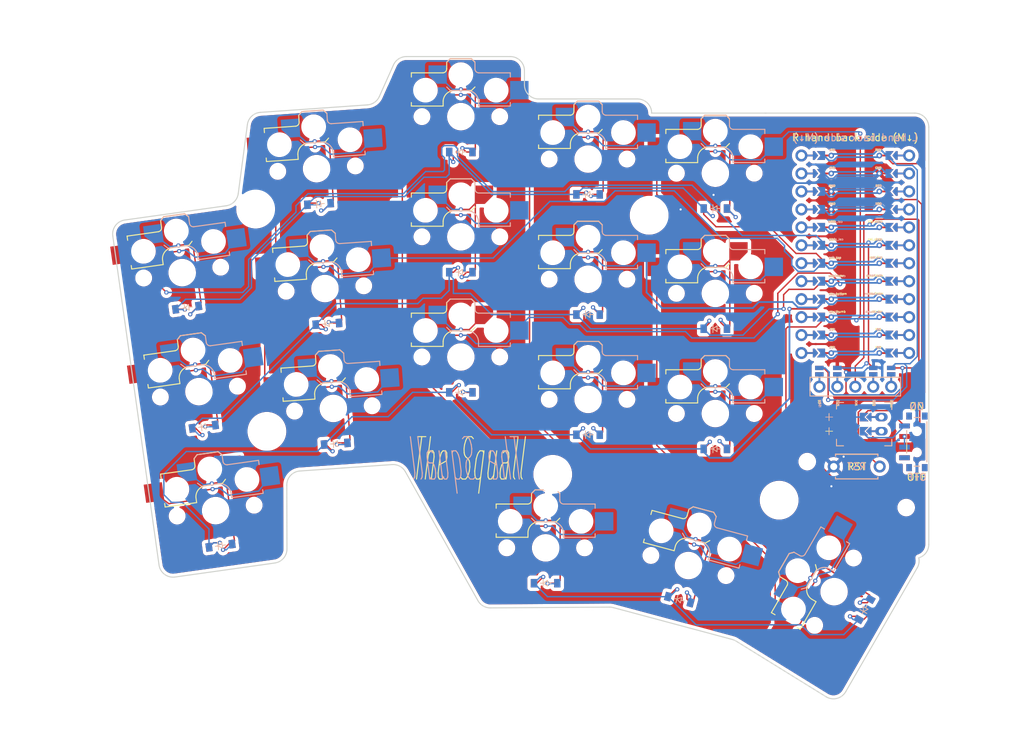
<source format=kicad_pcb>
(kicad_pcb (version 20241229) (generator "pcbnew") (generator_version "9.0")
  (title_block (title "squall-pcb") (date "2026-01-01") (rev "v1.0.0") (company "Unknown"))
  (layers (0 "F.Cu" signal) (2 "B.Cu" signal) (13 "F.Paste" user) (15 "B.Paste" user) (5 "F.SilkS" user "F.Silkscreen") (7 "B.SilkS" user "B.Silkscreen") (1 "F.Mask" user) (3 "B.Mask" user) (25 "Edge.Cuts" user))
  (net 0 "")
  (net 1 "pinky_bottom")
  (net 2 "col_pinky")
  (net 3 "GND")
  (net 4 "pinky_home")
  (net 5 "pinky_top")
  (net 6 "ring_bottom")
  (net 7 "col_ring")
  (net 8 "ring_home")
  (net 9 "ring_top")
  (net 10 "middle_bottom")
  (net 11 "col_middle")
  (net 12 "middle_home")
  (net 13 "middle_top")
  (net 14 "index_bottom")
  (net 15 "col_index")
  (net 16 "index_home")
  (net 17 "index_top")
  (net 18 "far_bottom")
  (net 19 "col_far")
  (net 20 "far_home")
  (net 21 "far_top")
  (net 22 "inner_cluster")
  (net 23 "middle_cluster")
  (net 24 "outer_cluster")
  (net 25 "row_bottom")
  (net 26 "row_home")
  (net 27 "row_top")
  (net 28 "row_thumb")
  (net 29 "RAW")
  (net 30 "RST")
  (net 31 "VCC")
  (net 32 "col_extra")
  (net 33 "P16")
  (net 34 "P10")
  (net 35 "CS")
  (net 36 "P0")
  (net 37 "MOSI")
  (net 38 "SCK")
  (net 39 "P8")
  (net 40 "P9")
  (net 41 "MCU1_24")
  (net 42 "MCU1_1")
  (net 43 "MCU1_23")
  (net 44 "MCU1_2")
  (net 45 "MCU1_22")
  (net 46 "MCU1_3")
  (net 47 "MCU1_21")
  (net 48 "MCU1_4")
  (net 49 "MCU1_20")
  (net 50 "MCU1_5")
  (net 51 "MCU1_19")
  (net 52 "MCU1_6")
  (net 53 "MCU1_18")
  (net 54 "MCU1_7")
  (net 55 "MCU1_17")
  (net 56 "MCU1_8")
  (net 57 "MCU1_16")
  (net 58 "MCU1_9")
  (net 59 "MCU1_15")
  (net 60 "MCU1_10")
  (net 61 "MCU1_14")
  (net 62 "MCU1_11")
  (net 63 "MCU1_13")
  (net 64 "MCU1_12")
  (net 65 "DISP1_1")
  (net 66 "DISP1_2")
  (net 67 "DISP1_4")
  (net 68 "DISP1_5")
  (net 69 "BAT_P")
  (net 70 "JST1_1")
  (net 71 "JST1_2")
  (footprint "ceoloide:diode_tht_sod123" (layer "F.Cu") (at 116.330567 63.017965 4)
    (property "Reference" "D6" (hide yes))
    (property "Value" "")
  )
  (footprint "ceoloide:diode_tht_sod123" (layer "F.Cu") (at 167.295806 119.001074 -15)
    (property "Reference" "D17" (hide yes))
    (property "Value" "")
  )
  (footprint "ceoloide:mounting_hole_npth" (layer "F.Cu") (at 107.359465 63.745533 4)
    (property "Reference" "MH1" (hide yes))
    (property "Value" "")
  )
  (footprint "ceoloide:diode_tht_sod123" (layer "F.Cu") (at 172.389901 80.671445)
    (property "Reference" "D14" (hide yes))
    (property "Value" "")
  )
  (footprint "ceoloide:mounting_hole_npth" (layer "F.Cu") (at 181.419692 104.927048 -15)
    (property "Reference" "MH3" (hide yes))
    (property "Value" "")
  )
  (footprint "ceoloide:diode_tht_sod123" (layer "F.Cu") (at 118.702286 96.935144 4)
    (property "Reference" "D4" (hide yes))
    (property "Value" "")
  )
  (footprint "ceoloide:diode_tht_sod123" (layer "F.Cu") (at 154.389901 95.671446)
    (property "Reference" "D10" (hide yes))
    (property "Value" "")
  )
  (footprint "ceoloide:diode_tht_sod123" (layer "F.Cu") (at 136.3899 72.671446)
    (property "Reference" "D8" (hide yes))
    (property "Value" "")
  )
  (footprint "ceoloide:diode_tht_sod123" (layer "F.Cu") (at 154.3899 61.671447)
    (property "Reference" "D12" (hide yes))
    (property "Value" "")
  )
  (footprint "ceoloide:diode_tht_sod123" (layer "F.Cu") (at 172.3899 63.671445)
    (property "Reference" "D15" (hide yes))
    (property "Value" "")
  )
  (footprint "ceoloide:diode_tht_sod123" (layer "F.Cu") (at 136.389898 89.671447)
    (property "Reference" "D7" (hide yes))
    (property "Value" "")
  )
  (footprint "ceoloide:diode_tht_sod123" (layer "F.Cu") (at 102.399486 111.356585 8)
    (property "Reference" "D1" (hide yes))
    (property "Value" "")
  )
  (footprint "ceoloide:diode_tht_sod123" (layer "F.Cu") (at 100.033544 94.522028 8)
    (property "Reference" "D2" (hide yes))
    (property "Value" "")
  )
  (footprint "ceoloide:diode_tht_sod123" (layer "F.Cu") (at 154.3899 78.671446)
    (property "Reference" "D11" (hide yes))
    (property "Value" "")
  )
  (footprint "ceoloide:mcu_nice_nano" (layer "F.Cu") (at 192.189899 68.871446)
    (property "Reference" "MCU1" (hide yes))
    (property "Value" "")
  )
  (footprint "ceoloide:mounting_hole_npth" (layer "F.Cu") (at 163.029899 64.621445)
    (property "Reference" "MH2" (hide yes))
    (property "Value" "")
  )
  (footprint "ceoloide:diode_tht_sod123" (layer "F.Cu") (at 117.516427 79.976557 4)
    (property "Reference" "D5" (hide yes))
    (property "Value" "")
  )
  (footprint "ceoloide:mounting_hole_npth" (layer "F.Cu") (at 199.3899 105.971447)
    (property "Reference" "MH7" (hide yes))
    (property "Value" "")
  )
  (footprint "ceoloide:diode_tht_sod123" (layer "F.Cu") (at 136.389899 55.671444)
    (property "Reference" "D9" (hide yes))
    (property "Value" "")
  )
  (footprint "ceoloide:diode_tht_sod123" (layer "F.Cu") (at 172.389899 97.671446)
    (property "Reference" "D13" (hide yes))
    (property "Value" "")
  )
  (footprint "ceoloide:diode_tht_sod123" (layer "F.Cu") (at 148.389901 116.671448)
    (property "Reference" "D16" (hide yes))
    (property "Value" "")
  )
  (footprint "ceoloide:reset_switch_tht_top" (layer "F.Cu") (at 192.389899 100.171444)
    (property "Reference" "RST1" (hide yes))
    (property "Value" "")
  )
  (footprint "ceoloide:mounting_hole_npth" (layer "F.Cu") (at 185.389901 99.471446)
    (property "Reference" "MH6" (hide yes))
    (property "Value" "")
  )
  (footprint "ceoloide:battery_connector_jst_ph_2" (layer "F.Cu") (at 195.889899 94.171446 -90)
    (property "Reference" "JST1" (hide yes))
    (property "Value" "")
  )
  (footprint "ceoloide:power_switch_smd_side" (layer "F.Cu") (at 200.889899 96.671446)
    (property "Reference" "PWR1" (hide yes))
    (property "Value" "")
  )
  (footprint "ceoloide:diode_tht_sod123" (layer "F.Cu") (at 97.667602 77.68747 8)
    (property "Reference" "D3" (hide yes))
    (property "Value" "")
  )
  (footprint "ceoloide:display_nice_view" (layer "F.Cu") (at 192.1899 72.171447)
    (property "Reference" "DISP1" (hide yes))
    (property "Value" "")
  )
  (footprint "ceoloide:diode_tht_sod123" (layer "F.Cu") (at 193.520028 120.371444 60)
    (property "Reference" "D18" (hide yes))
    (property "Value" "")
  )
  (footprint "ceoloide:mounting_hole_npth" (layer "F.Cu") (at 149.389899 101.271446)
    (property "Reference" "MH4" (hide yes))
    (property "Value" "")
  )
  (footprint "ceoloide:mounting_hole_npth" (layer "F.Cu") (at 108.956861 95.190703 4)
    (property "Reference" "MH5" (hide yes))
    (property "Value" "")
  )
  (footprint "ceoloide:switch_choc_v1_v2" (layer "B.Cu") (at 172.3899 58.671446)
    (property "Reference" "S15" (hide yes))
    (property "Value" "")
  )
  (footprint "ceoloide:switch_choc_v1_v2" (layer "B.Cu") (at 168.589899 114.171445 -15)
    (property "Reference" "S17" (hide yes))
    (property "Value" "")
  )
  (footprint "ceoloide:switch_choc_v1_v2" (layer "B.Cu") (at 154.389901 90.671446)
    (property "Reference" "S10" (hide yes))
    (property "Value" "")
  )
  (footprint "ceoloide:switch_choc_v1_v2" (layer "B.Cu") (at 115.981781 58.030148 4)
    (property "Reference" "S6" (hide yes))
    (property "Value" "")
  )
  (footprint "ceoloide:switch_choc_v1_v2" (layer "B.Cu") (at 172.389901 75.671447)
    (property "Reference" "S14" (hide yes))
    (property "Value" "")
  )
  (footprint "ceoloide:switch_choc_v1_v2" (layer "B.Cu") (at 154.389901 56.671447)
    (property "Reference" "S12" (hide yes))
    (property "Value" "")
  )
  (footprint "ceoloide:switch_choc_v1_v2" (layer "B.Cu") (at 136.389899 50.671446)
    (property "Reference" "S9" (hide yes))
    (property "Value" "")
  )
  (footprint "ceoloide:switch_choc_v1_v2" (layer "B.Cu") (at 172.389901 92.671446)
    (property "Reference" "S13" (hide yes))
    (property "Value" "")
  )
  (footprint "ceoloide:switch_choc_v1_v2" (layer "B.Cu") (at 154.389899 73.671447)
    (property "Reference" "S11" (hide yes))
    (property "Value" "")
  )
  (footprint "ceoloide:switch_choc_v1_v2" (layer "B.Cu") (at 99.337678 89.57069 8)
    (property "Reference" "S2" (hide yes))
    (property "Value" "")
  )
  (footprint "ceoloide:switch_choc_v1_v2" (layer "B.Cu") (at 101.703623 106.405244 8)
    (property "Reference" "S1" (hide yes))
    (property "Value" "")
  )
  (footprint "ceoloide:switch_choc_v1_v2" (layer "B.Cu") (at 136.389902 84.671447)
    (property "Reference" "S7" (hide yes))
    (property "Value" "")
  )
  (footprint "ceoloide:switch_choc_v1_v2" (layer "B.Cu") (at 136.389901 67.671446)
    (property "Reference" "S8" (hide yes))
    (property "Value" "")
  )
  (footprint "ceoloide:switch_choc_v1_v2" (layer "B.Cu") (at 148.389899 111.671447)
    (property "Reference" "S16" (hide yes))
    (property "Value" "")
  )
  (footprint "ceoloide:switch_choc_v1_v2" (layer "B.Cu") (at 118.353503 91.947325 4)
    (property "Reference" "S4" (hide yes))
    (property "Value" "")
  )
  (footprint "ceoloide:switch_choc_v1_v2" (layer "B.Cu") (at 117.167644 74.988734 4)
    (property "Reference" "S5" (hide yes))
    (property "Value" "")
  )
  (footprint "ceoloide:switch_choc_v1_v2" (layer "B.Cu") (at 96.971736 72.73613 8)
    (property "Reference" "S3" (hide yes))
    (property "Value" "")
  )
  (footprint "ceoloide:switch_choc_v1_v2" (layer "B.Cu") (at 189.189901 117.871444 60)
    (property "Reference" "S18" (hide yes))
    (property "Value" "")
  )
  (gr_arc (start 95.954717 115.796735) (mid 94.472739 115.41347) (end 93.695834 114.094544) (stroke (width 0.15)) (layer "Edge.Cuts"))
  (gr_arc (start 143.389899 42.171444) (mid 144.804168 42.75719) (end 145.389899 44.171446) (stroke (width 0.15)) (layer "Edge.Cuts"))
  (gr_line (start 163.3899 50.171446) (end 179.389899 50.171445) (stroke (width 0.15)) (layer "Edge.Cuts"))
  (gr_arc (start 179.489899 50.173947) (mid 179.539883 50.172071) (end 179.589898 50.171446) (stroke (width 0.15)) (layer "Edge.Cuts"))
  (gr_arc (start 124.856848 47.828842) (mid 124.176904 48.651052) (end 123.170978 49.006672) (stroke (width 0.15)) (layer "Edge.Cuts"))
  (gr_line (start 200.951113 114.500422) (end 190.831828 132.027544) (stroke (width 0.15)) (layer "Edge.Cuts"))
  (gr_arc (start 202.589899 111.171447) (mid 202.197792 112.360868) (end 201.175209 113.083884) (stroke (width 0.15)) (layer "Edge.Cuts"))
  (gr_arc (start 111.769154 102.799078) (mid 112.304509 101.431514) (end 113.629633 100.798405) (stroke (width 0.15)) (layer "Edge.Cuts"))
  (gr_line (start 104.900967 61.560204) (end 106.196109 51.796913) (stroke (width 0.15)) (layer "Edge.Cuts"))
  (gr_arc (start 111.794174 111.826528) (mid 111.305424 113.142115) (end 110.072527 113.812605) (stroke (width 0.15)) (layer "Edge.Cuts"))
  (gr_arc (start 147.3899 48.171445) (mid 145.975698 47.585654) (end 145.389899 46.171447) (stroke (width 0.15)) (layer "Edge.Cuts"))
  (gr_line (start 88.856888 65.293063) (end 103.196679 63.277737) (stroke (width 0.15)) (layer "Edge.Cuts"))
  (gr_arc (start 200.589899 50.171445) (mid 202.004104 50.757234) (end 202.589899 52.171444) (stroke (width 0.15)) (layer "Edge.Cuts"))
  (gr_line (start 147.3899 48.171445) (end 161.389899 48.171445) (stroke (width 0.15)) (layer "Edge.Cuts"))
  (gr_arc (start 126.860352 43.354146) (mid 127.598209 42.492946) (end 128.685739 42.171446) (stroke (width 0.15)) (layer "Edge.Cuts"))
  (gr_arc (start 106.196109 51.796913) (mid 106.809087 50.602497) (end 108.039225 50.064788) (stroke (width 0.15)) (layer "Edge.Cuts"))
  (gr_arc (start 126.662515 99.88706) (mid 127.750669 100.12148) (end 128.544965 100.901288) (stroke (width 0.15)) (layer "Edge.Cuts"))
  (gr_line (start 145.389899 44.171445) (end 145.389899 46.171447) (stroke (width 0.15)) (layer "Edge.Cuts"))
  (gr_line (start 110.072527 113.812605) (end 95.954717 115.796735) (stroke (width 0.15)) (layer "Edge.Cuts"))
  (gr_arc (start 161.389899 48.171445) (mid 162.80409 48.757247) (end 163.3899 50.171446) (stroke (width 0.15)) (layer "Edge.Cuts"))
  (gr_arc (start 140.568021 120.163788) (mid 139.551137 119.893628) (end 138.81208 119.144728) (stroke (width 0.15)) (layer "Edge.Cuts"))
  (gr_line (start 111.769154 102.799078) (end 111.794174 111.826528) (stroke (width 0.15)) (layer "Edge.Cuts"))
  (gr_line (start 126.662515 99.88706) (end 113.629633 100.798405) (stroke (width 0.15)) (layer "Edge.Cuts"))
  (gr_arc (start 179.389899 50.171445) (mid 179.439915 50.172073) (end 179.489899 50.173947) (stroke (width 0.15)) (layer "Edge.Cuts"))
  (gr_line (start 124.856848 47.828842) (end 126.860352 43.354146) (stroke (width 0.15)) (layer "Edge.Cuts"))
  (gr_arc (start 190.831828 132.027544) (mid 189.588144 132.966946) (end 188.047857 132.728562) (stroke (width 0.15)) (layer "Edge.Cuts"))
  (gr_line (start 108.039225 50.064788) (end 123.170978 49.006672) (stroke (width 0.15)) (layer "Edge.Cuts"))
  (gr_arc (start 201.175209 113.083884) (mid 201.194507 113.812931) (end 200.951113 114.500422) (stroke (width 0.15)) (layer "Edge.Cuts"))
  (gr_line (start 188.047857 132.728562) (end 175.333436 124.86589) (stroke (width 0.15)) (layer "Edge.Cuts"))
  (gr_line (start 93.695834 114.094544) (end 87.154698 67.551946) (stroke (width 0.15)) (layer "Edge.Cuts"))
  (gr_line (start 174.799155 124.635058) (end 157.957327 120.122306) (stroke (width 0.15)) (layer "Edge.Cuts"))
  (gr_line (start 138.81208 119.144728) (end 128.544965 100.901288) (stroke (width 0.15)) (layer "Edge.Cuts"))
  (gr_line (start 202.589899 111.171446) (end 202.589899 52.171444) (stroke (width 0.15)) (layer "Edge.Cuts"))
  (gr_arc (start 174.799155 124.635058) (mid 175.074735 124.730939) (end 175.333436 124.86589) (stroke (width 0.15)) (layer "Edge.Cuts"))
  (gr_arc (start 87.154698 67.551946) (mid 87.537963 66.06997) (end 88.856888 65.293063) (stroke (width 0.15)) (layer "Edge.Cuts"))
  (gr_arc (start 157.426691 120.054198) (mid 157.694296 120.070433) (end 157.957327 120.122306) (stroke (width 0.15)) (layer "Edge.Cuts"))
  (gr_line (start 157.426691 120.054198) (end 140.568021 120.163788) (stroke (width 0.15)) (layer "Edge.Cuts"))
  (gr_arc (start 104.900967 61.560204) (mid 104.338015 62.705936) (end 103.196679 63.277737) (stroke (width 0.15)) (layer "Edge.Cuts"))
  (gr_line (start 200.589899 50.171445) (end 179.589898 50.171446) (stroke (width 0.15)) (layer "Edge.Cuts"))
  (gr_line (start 163.3899 50.171446) (end 163.3899 50.171446) (stroke (width 0.15)) (layer "Edge.Cuts"))
  (gr_line (start 128.685739 42.171446) (end 143.389899 42.171444) (stroke (width 0.15)) (layer "Edge.Cuts"))
  (gr_text "The Squall" (at 137.389902 99.171446 0) (layer "F.SilkS") (effects (font (size 6 2) (thickness 0.15) (italic yes))))
  (gr_text "The Squall" (at 137.389902 99.171446 0) (layer "B.SilkS") (effects (font (size 6 2) (thickness 0.15) (italic yes)) (justify mirror)))
  (segment (start 104.033429 111.12695) (end 103.57305 111.12695) (width 0.2) (layer "F.Cu") (net 1))
  (segment (start 104.374718 110.674042) (end 103.076928 101.439791) (width 0.2) (layer "F.Cu") (net 1))
  (segment (start 104.118671 100.057358) (end 102.352648 102.400948) (width 0.2) (layer "F.Cu") (net 1))
  (segment (start 103.57305 111.12695) (end 102.75 111.95) (width 0.2) (layer "F.Cu") (net 1))
  (segment (start 102.352648 102.400948) (end 101.164324 102.567958) (width 0.2) (layer "F.Cu") (net 1))
  (segment (start 103.076928 101.439791) (end 104.118671 100.057358) (width 0.2) (layer "F.Cu") (net 1))
  (segment (start 104.033428 111.126949) (end 104.374718 110.674042) (width 0.2) (layer "F.Cu") (net 1))
  (via (at 101.164324 102.567958) (size 0.6) (drill 0.3) (layers "F.Cu" "B.Cu") (net 1))
  (via (at 102.75 111.95) (size 0.6) (drill 0.3) (layers "F.Cu" "B.Cu") (net 1))
  (segment (start 103.210379 111.95) (end 104.033429 111.12695) (width 0.2) (layer "B.Cu") (net 1))
  (segment (start 99.976005 102.734961) (end 101.164324 102.567958) (width 0.2) (layer "B.Cu") (net 1))
  (segment (start 97.632414 100.968942) (end 99.976005 102.734961) (width 0.2) (layer "B.Cu") (net 1))
  (segment (start 102.75 111.95) (end 103.210379 111.95) (width 0.2) (layer "B.Cu") (net 1))
  (segment (start 94.74 75.54) (end 93.6 74.4) (width 0.2) (layer "F.Cu") (net 2))
  (segment (start 99.306709 104.827474) (end 100.310152 103.495863) (width 0.2) (layer "F.Cu") (net 2))
  (segment (start 96.940769 87.992917) (end 97.94421 86.661308) (width 0.2) (layer "F.Cu") (net 2))
  (segment (start 93.6 74.4) (end 93.6 71.295364) (width 0.2) (layer "F.Cu") (net 2))
  (segment (start 91.47 93.938551) (end 92.987256 95.455807) (width 0.2) (layer "F.Cu") (net 2))
  (segment (start 90.621311 87.008842) (end 91.47 87.857531) (width 0.2) (layer "F.Cu") (net 2))
  (segment (start 90.224262 72.143175) (end 90.224262 85.074665) (width 0.2) (layer "F.Cu") (net 2))
  (segment (start 93.6 71.295364) (end 94.574827 71.158361) (width 0.2) (layer "F.Cu") (net 2))
  (segment (start 90.475617 86.863148) (end 90.621311 87.008842) (width 0.2) (layer "F.Cu") (net 2))
  (segment (start 90.224262 85.074665) (end 90.475617 86.863148) (width 0.2) (layer "F.Cu") (net 2))
  (segment (start 94.574827 71.158361) (end 95.578267 69.826749) (width 0.2) (layer "F.Cu") (net 2))
  (segment (start 90.621311 87.008839) (end 92.715293 88.58677) (width 0.2) (layer "F.Cu") (net 2))
  (segment (start 92.715293 88.58677) (end 96.940769 87.992917) (width 0.2) (layer "F.Cu") (net 2))
  (segment (start 95.081237 105.421327) (end 99.306709 104.827474) (width 0.2) (layer "F.Cu") (net 2))
  (segment (start 90.349353 71.752214) (end 93.6 71.295364) (width 0.2) (layer "F.Cu") (net 2))
  (segment (start 91.47 87.857531) (end 91.47 93.938551) (width 0.2) (layer "F.Cu") (net 2))
  (segment (start 88.255369 70.174282) (end 90.224262 72.143175) (width 0.2) (layer "F.Cu") (net 2))
  (segment (start 92.987256 95.455807) (end 92.987256 103.843396) (width 0.2) (layer "F.Cu") (net 2))
  (segment (start 95.578267 69.826749) (end 96.543777 69.691057) (width 0.2) (layer "F.Cu") (net 2))
  (segment (start 100.310152 103.495863) (end 101.275664 103.360169) (width 0.2) (layer "F.Cu") (net 2))
  (segment (start 92.987255 103.843395) (end 95.081237 105.421327) (width 0.2) (layer "F.Cu") (net 2))
  (segment (start 88.255367 70.174284) (end 90.349353 71.752214) (width 0.2) (layer "F.Cu") (net 2))
  (segment (start 196.964899 68.871448) (end 195.589898 68.871446) (width 0.25) (layer "F.Cu") (net 2))
  (segment (start 97.94421 86.661308) (end 98.909721 86.525613) (width 0.2) (layer "F.Cu") (net 2))
  (via (at 98.909721 86.525613) (size 0.6) (drill 0.3) (layers "F.Cu" "B.Cu") (net 2))
  (via (at 96.543777 69.691057) (size 0.6) (drill 0.3) (layers "F.Cu" "B.Cu") (net 2))
  (via (at 94.74 75.54) (size 0.6) (drill 0.3) (layers "F.Cu" "B.Cu") (net 2))
  (via (at 101.275664 103.360169) (size 0.6) (drill 0.3) (layers "F.Cu" "B.Cu") (net 2))
  (segment (start 189.585205 69.101446) (end 195.3599 69.101446) (width 0.25) (layer "B.Cu") (net 2))
  (segment (start 169.089904 60.369448) (end 176.202903 67.482446) (width 0.2) (layer "B.Cu") (net 2))
  (segment (start 133.9889 54.770443) (end 135.4909 54.770443) (width 0.2) (layer "B.Cu") (net 2))
  (segment (start 103.559087 104.229842) (end 102.227474 103.226402) (width 0.2) (layer "B.Cu") (net 2))
  (segment (start 135.4909 54.770443) (end 135.93 55.209542) (width 0.2) (layer "B.Cu") (net 2))
  (segment (start 94.74 75.54) (end 105.5329 75.54) (width 0.2) (layer "B.Cu") (net 2))
  (segment (start 186.6559 67.482446) (end 187.414899 68.241445) (width 0.2) (layer "B.Cu") (net 2))
  (segment (start 188.489595 69.596447) (end 189.090202 69.596446) (width 0.25) (layer "B.Cu") (net 2))
  (segment (start 97.495592 69.557287) (end 96.543777 69.691057) (width 0.2) (layer "B.Cu") (net 2))
  (segment (start 107.798261 103.634069) (end 103.559087 104.229842) (width 0.2) (layer "B.Cu") (net 2))
  (segment (start 105.5329 75.54) (end 106.372824 74.700076) (width 0.2) (layer "B.Cu") (net 2))
  (segment (start 107.010248 84.705525) (end 105.432318 86.79951) (width 0.2) (layer "B.Cu") (net 2))
  (segment (start 94.74 75.54) (end 94.74 75.63) (width 0.2) (layer "B.Cu") (net 2))
  (segment (start 113.070275 64.180274) (end 113.070275 63.263789) (width 0.2) (layer "B.Cu") (net 2))
  (segment (start 99.861532 86.391845) (end 98.909721 86.525613) (width 0.2) (layer "B.Cu") (net 2))
  (segment (start 133.692122 56.1) (end 133.692122 55.067221) (width 0.2) (layer "B.Cu") (net 2))
  (segment (start 105.432318 86.79951) (end 101.193145 87.395285) (width 0.2) (layer "B.Cu") (net 2))
  (segment (start 135.93 55.209542) (end 135.93 56.294443) (width 0.2) (layer "B.Cu") (net 2))
  (segment (start 102.227474 103.226402) (end 101.275664 103.360169) (width 0.2) (layer "B.Cu") (net 2))
  (segment (start 106.372824 70.877724) (end 106.410275 70.840275) (width 0.2) (layer "B.Cu") (net 2))
  (segment (start 134.08 58.23) (end 134.08 56.487878) (width 0.2) (layer "B.Cu") (net 2))
  (segment (start 98.827201 70.560728) (end 97.495592 69.557287) (width 0.2) (layer "B.Cu") (net 2))
  (segment (start 151.11 61.270446) (end 152.010998 60.369448) (width 0.2) (layer "B.Cu") (net 2))
  (segment (start 134.08 56.487878) (end 133.692122 56.1) (width 0.2) (layer "B.Cu") (net 2))
  (segment (start 176.202903 67.482446) (end 186.6559 67.482446) (width 0.2) (layer "B.Cu") (net 2))
  (segment (start 133.9889 54.770443) (end 134 54.770443) (width 0.2) (layer "B.Cu") (net 2))
  (segment (start 140.906003 61.270446) (end 151.11 61.270446) (width 0.2) (layer "B.Cu") (net 2))
  (segment (start 187.414896 68.871445) (end 187.764595 68.871446) (width 0.25) (layer "B.Cu") (net 2))
  (segment (start 101.193145 87.395285) (end 99.861532 86.391845) (width 0.2) (layer "B.Cu") (net 2))
  (segment (start 113.070275 63.263789) (end 114.765064 61.569) (width 0.2) (layer "B.Cu") (net 2))
  (segment (start 109.376191 101.540081) (end 107.798261 103.634069) (width 0.2) (layer "B.Cu") (net 2))
  (segment (start 106.410275 70.840275) (end 113.070275 64.180274) (width 0.2) (layer "B.Cu") (net 2))
  (segment (start 128.275243 61.569) (end 131.412122 58.432122) (width 0.2) (layer "B.Cu") (net 2))
  (segment (start 187.764595 68.871446) (end 188.489595 69.596447) (width 0.25) (layer "B.Cu") (net 2))
  (segment (start 189.090202 69.596446) (end 189.585205 69.101446) (width 0.25) (layer "B.Cu") (net 2))
  (segment (start 103.066376 69.96495) (end 98.827201 70.560728) (width 0.2) (layer "B.Cu") (net 2))
  (segment (start 135.93 56.294443) (end 140.906003 61.270446) (width 0.2) (layer "B.Cu") (net 2))
  (segment (start 187.414899 68.241445) (end 187.414899 68.871445) (width 0.2) (layer "B.Cu") (net 2))
  (segment (start 104.644305 67.87097) (end 103.066376 69.96495) (width 0.2) (layer "B.Cu") (net 2))
  (segment (start 133.692122 55.067221) (end 133.9889 54.770443) (width 0.2) (layer "B.Cu") (net 2))
  (segment (start 114.765064 61.569) (end 128.275243 61.569) (width 0.2) (layer "B.Cu") (net 2))
  (segment (start 152.010998 60.369448) (end 169.089904 60.369448) (width 0.2) (layer "B.Cu") (net 2))
  (segment (start 133.877878 58.432122) (end 134.08 58.23) (width 0.2) (layer "B.Cu") (net 2))
  (segment (start 106.372824 74.700076) (end 106.372824 70.877724) (width 0.2) (layer "B.Cu") (net 2))
  (segment (start 131.412122 58.432122) (end 133.877878 58.432122) (width 0.2) (layer "B.Cu") (net 2))
  (segment (start 193.073899 95.171446) (end 194.56 96.657547) (width 0.2) (layer "F.Cu") (net 3))
  (segment (start 167.48 63.52) (end 167.48 63.8) (width 0.25) (layer "F.Cu") (net 3))
  (segment (start 187.4149 61.251446) (end 188.789901 61.251445) (width 0.25) (layer "F.Cu") (net 3))
  (segment (start 196.9649 58.711448) (end 195.589899 58.711446) (width 0.25) (layer "F.Cu") (net 3))
  (segment (start 187.414898 63.791447) (end 188.7899 63.791446) (width 0.25) (layer "F.Cu") (net 3))
  (segment (start 190.88 86.651548) (end 190.88 98.431343) (width 0.2) (layer "F.Cu") (net 3))
  (segment (start 194.56 97.12) (end 194.52 97.08) (width 0.2) (layer "F.Cu") (net 3))
  (segment (start 190.540671 98.770671) (end 189.139899 100.171444) (width 0.2) (layer "F.Cu") (net 3))
  (segment (start 194.56 96.657547) (end 194.56 97.12) (width 0.2) (layer "F.Cu") (net 3))
  (segment (start 188.81 102.96) (end 188.86 103.01) (width 0.2) (layer "F.Cu") (net 3))
  (segment (start 172.14 61.74) (end 169.26 61.74) (width 0.25) (layer "F.Cu") (net 3))
  (segment (start 190.88 98.431343) (end 190.540671 98.770671) (width 0.2) (layer "F.Cu") (net 3))
  (segment (start 190.4499 86.221448) (end 190.88 86.651548) (width 0.2) (layer "F.Cu") (net 3))
  (segment (start 189.6499 86.221448) (end 190.4499 86.221448) (width 0.2) (layer "F.Cu") (net 3))
  (segment (start 169.26 61.74) (end 167.48 63.52) (width 0.25) (layer "F.Cu") (net 3))
  (via (at 190.88 86.821448) (size 0.6) (drill 0.3) (layers "F.Cu" "B.Cu") (net 3))
  (via (at 188.81 102.96) (size 0.6) (drill 0.3) (layers "F.Cu" "B.Cu") (net 3))
  (via (at 190.540671 98.770671) (size 0.6) (drill 0.3) (layers "F.Cu" "B.Cu") (net 3))
  (via (at 167.48 63.8) (size 0.6) (drill 0.3) (layers "F.Cu" "B.Cu") (net 3))
  (via (at 172.14 61.74) (size 0.6) (drill 0.3) (layers "F.Cu" "B.Cu") (net 3))
  (segment (start 190.540671 98.770671) (end 190.540671 101.229329) (width 0.2) (layer "B.Cu") (net 3))
  (segment (start 189.585207 58.941446) (end 195.359902 58.941445) (width 0.25) (layer "B.Cu") (net 3))
  (segment (start 196.615203 61.251445) (end 195.890204 60.526446) (width 0.25) (layer "B.Cu") (net 3))
  (segment (start 187.4149 58.711445) (end 187.764596 58.711446) (width 0.25) (layer "B.Cu") (net 3))
  (segment (start 187.4149 59.341445) (end 186.6809 60.075445) (width 0.25) (layer "B.Cu") (net 3))
  (segment (start 195.890206 63.066445) (end 195.289597 63.066446) (width 0.25) (layer "B.Cu") (net 3))
  (segment (start 186.6809 60.075445) (end 181.814555 60.075445) (width 0.25) (layer "B.Cu") (net 3))
  (segment (start 195.289596 60.526446) (end 194.784594 61.031445) (width 0.25) (layer "B.Cu") (net 3))
  (segment (start 181.814555 60.075445) (end 180.45 61.44) (width 0.25) (layer "B.Cu") (net 3))
  (segment (start 191.83 93.15) (end 191.81 93.17) (width 0.2) (layer "B.Cu") (net 3))
  (segment (start 190.540671 101.229329) (end 188.81 102.96) (width 0.2) (layer "B.Cu") (net 3))
  (segment (start 191.851445 93.171445) (end 191.83 93.15) (width 0.2) (layer "B.Cu") (net 3))
  (segment (start 180.45 61.44) (end 172.44 61.44) (width 0.25) (layer "B.Cu") (net 3))
  (segment (start 196.615204 63.791447) (end 195.890206 63.066445) (width 0.25) (layer "B.Cu") (net 3))
  (segment (start 191.81 97.501343) (end 189.139899 100.171444) (width 0.2) (layer "B.Cu") (net 3))
  (segment (start 194.784594 63.571447) (end 189.0099 63.571447) (width 0.25) (layer "B.Cu") (net 3))
  (segment (start 195.890204 60.526446) (end 195.289596 60.526446) (width 0.25) (layer "B.Cu") (net 3))
  (segment (start 195.289597 63.066446) (end 194.784594 63.571447) (width 0.25) (layer "B.Cu") (net 3))
  (segment (start 193.9299 86.221447) (end 193.329899 86.821448) (width 0.2) (layer "B.Cu") (net 3))
  (segment (start 196.9649 61.251447) (end 196.615203 61.251445) (width 0.25) (layer "B.Cu") (net 3))
  (segment (start 167.48 63.8) (end 167.51 63.8) (width 0.25) (layer "B.Cu") (net 3))
  (segment (start 193.329899 86.821448) (end 190.88 86.821448) (width 0.2) (layer "B.Cu") (net 3))
  (segment (start 194.7299 86.221447) (end 193.9299 86.221447) (width 0.2) (layer "B.Cu") (net 3))
  (segment (start 172.44 61.44) (end 172.14 61.74) (width 0.25) (layer "B.Cu") (net 3))
  (segment (start 194.784594 61.031445) (end 189.009898 61.031447) (width 0.25) (layer "B.Cu") (net 3))
  (segment (start 191.81 93.17) (end 191.81 97.501343) (width 0.2) (layer "B.Cu") (net 3))
  (segment (start 187.4149 58.711445) (end 187.4149 59.341445) (width 0.25) (layer "B.Cu") (net 3))
  (segment (start 188.489594 59.436445) (end 189.090205 59.436447) (width 0.25) (layer "B.Cu") (net 3))
  (segment (start 187.764596 58.711446) (end 188.489594 59.436445) (width 0.25) (layer "B.Cu") (net 3))
  (segment (start 196.964899 63.791446) (end 196.615204 63.791447) (width 0.25) (layer "B.Cu") (net 3))
  (segment (start 189.090205 59.436447) (end 189.585207 58.941446) (width 0.25) (layer "B.Cu") (net 3))
  (segment (start 193.073899 93.171445) (end 191.851445 93.171445) (width 0.2) (layer "B.Cu") (net 3))
  (segment (start 102.008774 93.839487) (end 100.710985 84.605235) (width 0.2) (layer "F.Cu") (net 4))
  (segment (start 99.986706 85.56639) (end 98.798384 85.7334) (width 0.2) (layer "F.Cu") (net 4))
  (segment (start 101.667485 94.292393) (end 102.008774 93.839487) (width 0.2) (layer "F.Cu") (net 4))
  (segment (start 101.752727 83.2228) (end 99.986706 85.56639) (width 0.2) (layer "F.Cu") (net 4))
  (segment (start 101.667487 94.292393) (end 100.457607 94.292393) (width 0.2) (layer "F.Cu") (net 4))
  (segment (start 100.710985 84.605235) (end 101.752727 83.2228) (width 0.2) (layer "F.Cu") (net 4))
  (segment (start 100.457607 94.292393) (end 100.22 94.53) (width 0.2) (layer "F.Cu") (net 4))
  (via (at 98.798384 85.7334) (size 0.6) (drill 0.3) (layers "F.Cu" "B.Cu") (net 4))
  (via (at 100.22 94.53) (size 0.6) (drill 0.3) (layers "F.Cu" "B.Cu") (net 4))
  (segment (start 100.22 94.53) (end 101.42988 94.53) (width 0.2) (layer "B.Cu") (net 4))
  (segment (start 95.266473 84.134385) (end 97.610062 85.900406) (width 0.2) (layer "B.Cu") (net 4))
  (segment (start 97.610062 85.900406) (end 98.798384 85.7334) (width 0.2) (layer "B.Cu") (net 4))
  (segment (start 101.42988 94.53) (end 101.667487 94.292393) (width 0.2) (layer "B.Cu") (net 4))
  (segment (start 99.386782 66.388246) (end 97.62076 68.731831) (width 0.2) (layer "F.Cu") (net 5))
  (segment (start 99.301543 77.457836) (end 99.642833 77.00493) (width 0.2) (layer "F.Cu") (net 5))
  (segment (start 97.62076 68.731831) (end 96.43244 68.898838) (width 0.2) (layer "F.Cu") (net 5))
  (segment (start 99.282165 77.457835) (end 98.11 78.63) (width 0.2) (layer "F.Cu") (net 5))
  (segment (start 98.345042 67.770679) (end 99.386782 66.388246) (width 0.2) (layer "F.Cu") (net 5))
  (segment (start 99.642833 77.00493) (end 98.345042 67.770679) (width 0.2) (layer "F.Cu") (net 5))
  (segment (start 99.301545 77.457835) (end 99.282165 77.457835) (width 0.2) (layer "F.Cu") (net 5))
  (via (at 98.11 78.63) (size 0.6) (drill 0.3) (layers "F.Cu" "B.Cu") (net 5))
  (via (at 96.43244 68.898838) (size 0.6) (drill 0.3) (layers "F.Cu" "B.Cu") (net 5))
  (segment (start 92.900528 67.299827) (end 95.244119 69.065849) (width 0.2) (layer "B.Cu") (net 5))
  (segment (start 98.12938 78.63) (end 99.301545 77.457835) (width 0.2) (layer "B.Cu") (net 5))
  (segment (start 98.11 78.63) (end 98.12938 78.63) (width 0.2) (layer "B.Cu") (net 5))
  (segment (start 95.244119 69.065849) (end 96.43244 68.898838) (width 0.2) (layer "B.Cu") (net 5))
  (segment (start 120.348267 96.820046) (end 119.099954 96.820046) (width 0.2) (layer "F.Cu") (net 6))
  (segment (start 120.348268 96.820047) (end 120.720316 96.392051) (width 0.2) (layer "F.Cu") (net 6))
  (segment (start 121.205474 85.783367) (end 119.280273 87.998057) (width 0.2) (layer "F.Cu") (net 6))
  (segment (start 119.280273 87.998057) (end 118.083199 88.081765) (width 0.2) (layer "F.Cu") (net 6))
  (segment (start 120.069836 87.089767) (end 121.205474 85.783367) (width 0.2) (layer "F.Cu") (net 6))
  (segment (start 120.720316 96.392051) (end 120.069836 87.089767) (width 0.2) (layer "F.Cu") (net 6))
  (segment (start 119.099954 96.820046) (end 118.87 97.05) (width 0.2) (layer "F.Cu") (net 6))
  (via (at 118.083199 88.081765) (size 0.6) (drill 0.3) (layers "F.Cu" "B.Cu") (net 6))
  (via (at 118.87 97.05) (size 0.6) (drill 0.3) (layers "F.Cu" "B.Cu") (net 6))
  (segment (start 120.118313 97.05) (end 120.348267 96.820046) (width 0.2) (layer "B.Cu") (net 6))
  (segment (start 114.671432 86.240271) (end 116.88612 88.165472) (width 0.2) (layer "B.Cu") (net 6))
  (segment (start 116.88612 88.165472) (end 118.083199 88.081765) (width 0.2) (layer "B.Cu") (net 6))
  (segment (start 118.87 97.05) (end 120.118313 97.05) (width 0.2) (layer "B.Cu") (net 6))
  (segment (start 110.210465 70.265854) (end 108.651215 71.825104) (width 0.2) (layer "F.Cu") (net 7))
  (segment (start 196.964898 71.411446) (end 195.589897 71.411447) (width 0.25) (layer "F.Cu") (net 7))
  (segment (start 107.465352 54.866518) (end 107.465352 59.819497) (width 0.2) (layer "F.Cu") (net 7))
  (segment (start 114.886632 73.247609) (end 115.980516 71.989239) (width 0.2) (layer "F.Cu") (net 7))
  (segment (start 109.444168 56.586671) (end 113.700774 56.28902) (width 0.2) (layer "F.Cu") (net 7))
  (segment (start 109.837073 88.783694) (end 111.815887 90.503849) (width 0.2) (layer "F.Cu") (net 7))
  (segment (start 113.700774 56.28902) (end 114.794657 55.030649) (width 0.2) (layer "F.Cu") (net 7))
  (segment (start 107.465352 59.819497) (end 110.210465 62.56461) (width 0.2) (layer "F.Cu") (net 7))
  (segment (start 115.980516 71.989239) (end 116.953142 71.921227) (width 0.2) (layer "F.Cu") (net 7))
  (segment (start 110.630025 73.545261) (end 114.886632 73.247609) (width 0.2) (layer "F.Cu") (net 7))
  (segment (start 111.815887 90.503849) (end 116.072489 90.206201) (width 0.2) (layer "F.Cu") (net 7))
  (segment (start 114.794657 55.030649) (end 115.767282 54.962638) (width 0.2) (layer "F.Cu") (net 7))
  (segment (start 108.651215 71.825104) (end 108.651215 87.597836) (width 0.2) (layer "F.Cu") (net 7))
  (segment (start 107.465357 54.866518) (end 109.444168 56.586671) (width 0.2) (layer "F.Cu") (net 7))
  (segment (start 116.072489 90.206201) (end 117.166377 88.947828) (width 0.2) (layer "F.Cu") (net 7))
  (segment (start 108.651215 87.597836) (end 109.837074 88.783695) (width 0.2) (layer "F.Cu") (net 7))
  (segment (start 108.651213 71.825105) (end 110.630025 73.545261) (width 0.2) (layer "F.Cu") (net 7))
  (segment (start 110.210465 62.56461) (end 110.210465 70.265854) (width 0.2) (layer "F.Cu") (net 7))
  (segment (start 117.166377 88.947828) (end 118.139002 88.879818) (width 0.2) (layer "F.Cu") (net 7))
  (via (at 115.767282 54.962638) (size 0.6) (drill 0.3) (layers "F.Cu" "B.Cu") (net 7))
  (via (at 118.139002 88.879818) (size 0.6) (drill 0.3) (layers "F.Cu" "B.Cu") (net 7))
  (via (at 116.953142 71.921227) (size 0.6) (drill 0.3) (layers "F.Cu" "B.Cu") (net 7))
  (segment (start 117.984478 55.989476) (end 116.726107 54.895589) (width 0.2) (layer "B.Cu") (net 7))
  (segment (start 125.160897 70.670638) (end 123.440743 72.649449) (width 0.2) (layer "B.Cu") (net 7))
  (segment (start 182.18 68.91) (end 181.18 67.91) (width 0.2) (layer "B.Cu") (net 7))
  (segment (start 181.18 67.883446) (end 173.299903 67.883446) (width 0.2) (layer "B.Cu") (net 7))
  (segment (start 186.346607 72.562445) (end 184.093139 72.562445) (width 0.2) (layer "B.Cu") (net 7))
  (segment (start 187.414901 71.411444) (end 187.764594 71.411446) (width 0.25) (layer "B.Cu") (net 7))
  (segment (start 124.626605 89.608038) (end 120.356199 89.906653) (width 0.2) (layer "B.Cu") (net 7))
  (segment (start 166.587905 61.171448) (end 158.191899 61.171448) (width 0.2) (layer "B.Cu") (net 7))
  (segment (start 158.191899 61.171448) (end 156.693347 62.67) (width 0.2) (layer "B.Cu") (net 7))
  (segment (start 189.090206 72.136445) (end 189.585205 71.641445) (width 0.25) (layer "B.Cu") (net 7))
  (segment (start 123.440743 72.649449) (end 119.170338 72.948063) (width 0.2) (layer "B.Cu") (net 7))
  (segment (start 187.764594 71.411446) (end 188.489596 72.136444) (width 0.25) (layer "B.Cu") (net 7))
  (segment (start 148.97 62.67) (end 140.969367 70.670633) (width 0.2) (layer "B.Cu") (net 7))
  (segment (start 120.356199 89.906653) (end 119.097827 88.812768) (width 0.2) (layer "B.Cu") (net 7))
  (segment (start 183.21 71.679306) (end 183.21 70.74) (width 0.2) (layer "B.Cu") (net 7))
  (segment (start 156.693347 62.67) (end 148.97 62.67) (width 0.2) (layer "B.Cu") (net 7))
  (segment (start 188.489596 72.136444) (end 189.090206 72.136445) (width 0.25) (layer "B.Cu") (net 7))
  (segment (start 123.975038 53.712047) (end 122.254884 55.69086) (width 0.2) (layer "B.Cu") (net 7))
  (segment (start 183.21 70.74) (end 182.18 69.71) (width 0.2) (layer "B.Cu") (net 7))
  (segment (start 119.097827 88.812768) (end 118.139002 88.879818) (width 0.2) (layer "B.Cu") (net 7))
  (segment (start 116.726107 54.895589) (end 115.767282 54.962638) (width 0.2) (layer "B.Cu") (net 7))
  (segment (start 189.585205 71.641445) (end 195.3599 71.641445) (width 0.25) (layer "B.Cu") (net 7))
  (segment (start 182.18 69.71) (end 182.18 68.91) (width 0.2) (layer "B.Cu") (net 7))
  (segment (start 126.346758 87.629223) (end 124.626605 89.608038) (width 0.2) (layer "B.Cu") (net 7))
  (segment (start 122.254884 55.69086) (end 117.984478 55.989476) (width 0.2) (layer "B.Cu") (net 7))
  (segment (start 119.170338 72.948063) (end 117.911969 71.85418) (width 0.2) (layer "B.Cu") (net 7))
  (segment (start 184.093139 72.562445) (end 183.21 71.679306) (width 0.2) (layer "B.Cu") (net 7))
  (segment (start 140.969367 70.670633) (end 125.1609 70.670633) (width 0.2) (layer "B.Cu") (net 7))
  (segment (start 187.414898 71.494154) (end 186.346607 72.562445) (width 0.2) (layer "B.Cu") (net 7))
  (segment (start 187.414898 71.411445) (end 187.414898 71.494154) (width 0.2) (layer "B.Cu") (net 7))
  (segment (start 173.299903 67.883446) (end 166.587905 61.171448) (width 0.2) (layer "B.Cu") (net 7))
  (segment (start 117.911969 71.85418) (end 116.953142 71.921227) (width 0.2) (layer "B.Cu") (net 7))
  (segment (start 181.18 67.91) (end 181.18 67.883446) (width 0.2) (layer "B.Cu") (net 7))
  (segment (start 119.162408 79.861459) (end 117.841459 79.861459) (width 0.2) (layer "F.Cu") (net 8))
  (segment (start 119.53446 79.433464) (end 118.883977 70.131177) (width 0.2) (layer "F.Cu") (net 8))
  (segment (start 118.883977 70.131177) (end 120.019615 68.824778) (width 0.2) (layer "F.Cu") (net 8))
  (segment (start 117.841459 79.861459) (end 117.72 79.74) (width 0.2) (layer "F.Cu") (net 8))
  (segment (start 120.019614 68.824779) (end 118.094413 71.039467) (width 0.2) (layer "F.Cu") (net 8))
  (segment (start 119.162406 79.861458) (end 119.53446 79.433464) (width 0.2) (layer "F.Cu") (net 8))
  (segment (start 118.094413 71.039467) (end 116.897336 71.123176) (width 0.2) (layer "F.Cu") (net 8))
  (via (at 116.897336 71.123176) (size 0.6) (drill 0.3) (layers "F.Cu" "B.Cu") (net 8))
  (via (at 117.72 79.74) (size 0.6) (drill 0.3) (layers "F.Cu" "B.Cu") (net 8))
  (segment (start 113.48557 69.281684) (end 115.700259 71.206881) (width 0.2) (layer "B.Cu") (net 8))
  (segment (start 117.72 79.74) (end 119.040949 79.74) (width 0.2) (layer "B.Cu") (net 8))
  (segment (start 115.700259 71.206881) (end 116.897336 71.123176) (width 0.2) (layer "B.Cu") (net 8))
  (segment (start 119.040949 79.74) (end 119.162408 79.861459) (width 0.2) (layer "B.Cu") (net 8))
  (segment (start 116.908553 54.08088) (end 115.711477 54.164586) (width 0.2) (layer "F.Cu") (net 9))
  (segment (start 118.833755 51.866188) (end 116.908553 54.08088) (width 0.2) (layer "F.Cu") (net 9))
  (segment (start 118.348595 62.474875) (end 117.698117 53.172589) (width 0.2) (layer "F.Cu") (net 9))
  (segment (start 117.976548 62.90287) (end 118.348595 62.474875) (width 0.2) (layer "F.Cu") (net 9))
  (segment (start 116.63 63.95) (end 116.929415 63.95) (width 0.2) (layer "F.Cu") (net 9))
  (segment (start 116.929415 63.95) (end 117.976548 62.902867) (width 0.2) (layer "F.Cu") (net 9))
  (segment (start 117.698117 53.172589) (end 118.833754 51.866189) (width 0.2) (layer "F.Cu") (net 9))
  (via (at 115.711477 54.164586) (size 0.6) (drill 0.3) (layers "F.Cu" "B.Cu") (net 9))
  (via (at 116.63 63.95) (size 0.6) (drill 0.3) (layers "F.Cu" "B.Cu") (net 9))
  (segment (start 116.929415 63.95) (end 117.976548 62.902867) (width 0.2) (layer "B.Cu") (net 9))
  (segment (start 114.5144 54.248294) (end 115.711477 54.164586) (width 0.2) (layer "B.Cu") (net 9))
  (segment (start 112.299711 52.323092) (end 114.5144 54.248294) (width 0.2) (layer "B.Cu") (net 9))
  (segment (start 116.63 63.95) (end 116.929415 63.95) (width 0.2) (layer "B.Cu") (net 9))
  (segment (start 137.589899 80.796446) (end 136.389899 80.796446) (width 0.2) (layer "F.Cu") (net 10))
  (segment (start 138.039897 89.671448) (end 136.771448 89.671448) (width 0.2) (layer "F.Cu") (net 10))
  (segment (start 136.771448 89.671448) (end 136.71 89.61) (width 0.2) (layer "F.Cu") (net 10))
  (segment (start 139.664898 78.721446) (end 137.589899 80.796446) (width 0.2) (layer "F.Cu") (net 10))
  (via (at 136.389899 80.796446) (size 0.6) (drill 0.3) (layers "F.Cu" "B.Cu") (net 10))
  (via (at 136.71 89.61) (size 0.6) (drill 0.3) (layers "F.Cu" "B.Cu") (net 10))
  (segment (start 133.1149 78.721445) (end 135.189899 80.796448) (width 0.2) (layer "B.Cu") (net 10))
  (segment (start 136.71 89.61) (end 137.978449 89.61) (width 0.2) (layer "B.Cu") (net 10))
  (segment (start 135.189899 80.796448) (end 136.389899 80.796446) (width 0.2) (layer "B.Cu") (net 10))
  (segment (start 137.978449 89.61) (end 138.039897 89.671448) (width 0.2) (layer "B.Cu") (net 10))
  (segment (start 135.414898 64.596444) (end 136.389901 64.596445) (width 0.2) (layer "F.Cu") (net 11))
  (segment (start 128.114902 84.698449) (end 140.114899 96.698446) (width 0.2) (layer "F.Cu") (net 11))
  (segment (start 190.04 74.210183) (end 190.04 74.356447) (width 0.2) (layer "F.Cu") (net 11))
  (segment (start 134.235902 48.775445) (end 135.414899 47.596446) (width 0.2) (layer "F.Cu") (net 11))
  (segment (start 188.630263 72.800446) (end 190.04 74.210183) (width 0.2) (layer "F.Cu") (net 11))
  (segment (start 128.1149 63.921448) (end 129.968899 65.775447) (width 0.2) (layer "F.Cu") (net 11))
  (segment (start 128.114901 63.921446) (end 128.114902 80.921447) (width 0.2) (layer "F.Cu") (net 11))
  (segment (start 184.093139 72.800446) (end 188.630263 72.800446) (width 0.2) (layer "F.Cu") (net 11))
  (segment (start 135.414899 47.596446) (end 136.389899 47.596446) (width 0.2) (layer "F.Cu") (net 11))
  (segment (start 135.4149 81.596445) (end 136.389899 81.596445) (width 0.2) (layer "F.Cu") (net 11))
  (segment (start 134.2359 82.775447) (end 135.4149 81.596445) (width 0.2) (layer "F.Cu") (net 11))
  (segment (start 140.1149 107.921444) (end 141.968898 109.775448) (width 0.2) (layer "F.Cu") (net 11))
  (segment (start 140.114899 96.698446) (end 140.114899 107.921447) (width 0.2) (layer "F.Cu") (net 11))
  (segment (start 128.114899 63.921444) (end 128.114901 63.921446) (width 0.2) (layer "F.Cu") (net 11))
  (segment (start 146.235901 109.775445) (end 147.414898 108.596445) (width 0.2) (layer "F.Cu") (net 11))
  (segment (start 128.114899 80.921446) (end 129.968899 82.775448) (width 0.2) (layer "F.Cu") (net 11))
  (segment (start 134.235901 65.775448) (end 135.414898 64.596444) (width 0.2) (layer "F.Cu") (net 11))
  (segment (start 181.23 75.663585) (end 184.093139 72.800446) (width 0.2) (layer "F.Cu") (net 11))
  (segment (start 141.968898 109.775448) (end 146.235901 109.775445) (width 0.2) (layer "F.Cu") (net 11))
  (segment (start 129.968899 65.775447) (end 134.235901 65.775448) (width 0.2) (layer "F.Cu") (net 11))
  (segment (start 128.114899 46.921446) (end 128.114899 63.921444) (width 0.2) (layer "F.Cu") (net 11))
  (segment (start 181.23 78.6) (end 181.23 75.663585) (width 0.2) (layer "F.Cu") (net 11))
  (segment (start 129.968899 82.775448) (end 134.2359 82.775447) (width 0.2) (layer "F.Cu") (net 11))
  (segment (start 128.114901 46.921446) (end 129.9689 48.775444) (width 0.2) (layer "F.Cu") (net 11))
  (segment (start 128.114902 80.921447) (end 128.114902 84.698449) (width 0.2) (layer "F.Cu") (net 11))
  (segment (start 196.9649 73.951446) (end 195.589898 73.951445) (width 0.25) (layer "F.Cu") (net 11))
  (segment (start 129.9689 48.775444) (end 134.235902 48.775445) (width 0.2) (layer "F.Cu") (net 11))
  (segment (start 147.414898 108.596445) (end 148.389901 108.596444) (width 0.2) (layer "F.Cu") (net 11))
  (via (at 181.23 78.6) (size 0.6) (drill 0.3) (layers "F.Cu" "B.Cu") (net 11))
  (via (at 136.389899 81.596445) (size 0.6) (drill 0.3) (layers "F.Cu" "B.Cu") (net 11))
  (via (at 190.04 74.356447) (size 0.6) (drill 0.3) (layers "F.Cu" "B.Cu") (net 11))
  (via (at 148.389901 108.596444) (size 0.6) (drill 0.3) (layers "F.Cu" "B.Cu") (net 11))
  (via (at 136.389901 64.596445) (size 0.6) (drill 0.3) (layers "F.Cu" "B.Cu") (net 11))
  (via (at 136.389899 47.596446) (size 0.6) (drill 0.3) (layers "F.Cu" "B.Cu") (net 11))
  (segment (start 177.856554 81.973446) (end 169.07 81.973446) (width 0.2) (layer "B.Cu") (net 11))
  (segment (start 187.4149 73.951446) (end 187.764594 73.951447) (width 0.25) (layer "B.Cu") (net 11))
  (segment (start 137.351065 47.596446) (end 136.389899 47.596446) (width 0.2) (layer "B.Cu") (net 11))
  (segment (start 146 79.072445) (end 144.664902 80.407543) (width 0.2) (layer "B.Cu") (net 11))
  (segment (start 181.23 78.6) (end 177.856554 81.973446) (width 0.2) (layer "B.Cu") (net 11))
  (segment (start 144.664898 80.921446) (end 142.810898 82.775445) (width 0.2) (layer "B.Cu") (net 11))
  (segment (start 138.530065 65.775446) (end 137.351063 64.596447) (width 0.2) (layer "B.Cu") (net 11))
  (segment (start 153.2 80.05) (end 151.82 80.05) (width 0.2) (layer "B.Cu") (net 11))
  (segment (start 142.810902 65.775446) (end 138.530065 65.775446) (width 0.2) (layer "B.Cu") (net 11))
  (segment (start 142.8109 48.775445) (end 138.530067 48.775446) (width 0.2) (layer "B.Cu") (net 11))
  (segment (start 150.842445 79.072445) (end 146 79.072445) (width 0.2) (layer "B.Cu") (net 11))
  (segment (start 142.810898 82.775445) (end 138.530064 82.775445) (width 0.2) (layer "B.Cu") (net 11))
  (segment (start 138.530067 48.775446) (end 137.351065 47.596446) (width 0.2) (layer "B.Cu") (net 11))
  (segment (start 188.489595 74.676445) (end 189.090204 74.676448) (width 0.25) (layer "B.Cu") (net 11))
  (segment (start 144.664898 63.921447) (end 142.810902 65.775446) (width 0.2) (layer "B.Cu") (net 11))
  (segment (start 168.168998 81.072444) (end 154.222444 81.072444) (width 0.2) (layer "B.Cu") (net 11))
  (segment (start 149.351065 108.596446) (end 148.389901 108.596444) (width 0.2) (layer "B.Cu") (net 11))
  (segment (start 137.351063 64.596447) (end 136.389901 64.596445) (width 0.2) (layer "B.Cu") (net 11))
  (segment (start 150.530065 109.775446) (end 149.351065 108.596446) (width 0.2) (layer "B.Cu") (net 11))
  (segment (start 137.351066 81.596449) (end 136.389899 81.596445) (width 0.2) (layer "B.Cu") (net 11))
  (segment (start 189.585203 74.181444) (end 195.359899 74.181448) (width 0.25) (layer "B.Cu") (net 11))
  (segment (start 144.664902 80.407543) (end 144.664902 80.921446) (width 0.2) (layer "B.Cu") (net 11))
  (segment (start 144.664901 46.921444) (end 142.8109 48.775445) (width 0.2) (layer "B.Cu") (net 11))
  (segment (start 154.222444 81.072444) (end 153.2 80.05) (width 0.2) (layer "B.Cu") (net 11))
  (segment (start 154.810899 109.775448) (end 150.530065 109.775446) (width 0.2) (layer "B.Cu") (net 11))
  (segment (start 156.664898 107.921447) (end 154.810899 109.775448) (width 0.2) (layer "B.Cu") (net 11))
  (segment (start 138.530064 82.775445) (end 137.351066 81.596449) (width 0.2) (layer "B.Cu") (net 11))
  (segment (start 189.090204 74.676448) (end 189.585203 74.181444) (width 0.25) (layer "B.Cu") (net 11))
  (segment (start 151.82 80.05) (end 150.842445 79.072445) (width 0.2) (layer "B.Cu") (net 11))
  (segment (start 187.764594 73.951447) (end 188.489595 74.676445) (width 0.25) (layer "B.Cu") (net 11))
  (segment (start 169.07 81.973446) (end 168.168998 81.072444) (width 0.2) (layer "B.Cu") (net 11))
  (segment (start 138.440902 62.945446) (end 139.664902 61.721445) (width 0.2) (layer "F.Cu") (net 12))
  (segment (start 139.664898 61.721447) (end 137.589899 63.796445) (width 0.2) (layer "F.Cu") (net 12))
  (segment (start 137.589899 63.796445) (end 136.389901 63.796446) (width 0.2) (layer "F.Cu") (net 12))
  (segment (start 138.4409 72.270446) (end 138.440902 62.945446) (width 0.2) (layer "F.Cu") (net 12))
  (segment (start 138.039899 72.671447) (end 137.218553 72.671447) (width 0.2) (layer "F.Cu") (net 12))
  (segment (start 137.218553 72.671447) (end 136.52 73.37) (width 0.2) (layer "F.Cu") (net 12))
  (segment (start 138.039899 72.671448) (end 138.4409 72.270446) (width 0.2) (layer "F.Cu") (net 12))
  (via (at 136.389901 63.796446) (size 0.6) (drill 0.3) (layers "F.Cu" "B.Cu") (net 12))
  (via (at 136.52 73.37) (size 0.6) (drill 0.3) (layers "F.Cu" "B.Cu") (net 12))
  (segment (start 137.341346 73.37) (end 138.039899 72.671447) (width 0.2) (layer "B.Cu") (net 12))
  (segment (start 135.1899 63.796447) (end 136.389901 63.796446) (width 0.2) (layer "B.Cu") (net 12))
  (segment (start 133.114901 61.721445) (end 135.1899 63.796447) (width 0.2) (layer "B.Cu") (net 12))
  (segment (start 136.52 73.37) (end 137.341346 73.37) (width 0.2) (layer "B.Cu") (net 12))
  (segment (start 137.589898 46.796446) (end 136.389899 46.796446) (width 0.2) (layer "F.Cu") (net 13))
  (segment (start 136.61 55.13) (end 136.56 55.08) (width 0.2) (layer "F.Cu") (net 13))
  (segment (start 138.440898 55.270447) (end 138.440898 45.945444) (width 0.2) (layer "F.Cu") (net 13))
  (segment (start 137.151445 55.671445) (end 136.61 55.13) (width 0.2) (layer "F.Cu") (net 13))
  (segment (start 138.039898 55.671445) (end 137.151445 55.671445) (width 0.2) (layer "F.Cu") (net 13))
  (segment (start 139.6649 44.721444) (end 137.589898 46.796446) (width 0.2) (layer "F.Cu") (net 13))
  (segment (start 138.440898 45.945444) (end 139.6649 44.721444) (width 0.2) (layer "F.Cu") (net 13))
  (segment (start 138.039899 55.671448) (end 138.440898 55.270447) (width 0.2) (layer "F.Cu") (net 13))
  (via (at 136.61 55.13) (size 0.6) (drill 0.3) (layers "F.Cu" "B.Cu") (net 13))
  (via (at 136.389899 46.796446) (size 0.6) (drill 0.3) (layers "F.Cu" "B.Cu") (net 13))
  (segment (start 137.498453 55.13) (end 138.039898 55.671445) (width 0.2) (layer "B.Cu") (net 13))
  (segment (start 135.189901 46.796446) (end 136.389899 46.796446) (width 0.2) (layer "B.Cu") (net 13))
  (segment (start 133.1149 44.721445) (end 135.189901 46.796446) (width 0.2) (layer "B.Cu") (net 13))
  (segment (start 136.61 55.13) (end 137.498453 55.13) (width 0.2) (layer "B.Cu") (net 13))
  (segment (start 156.4409 95.270445) (end 156.440899 85.945447) (width 0.2) (layer "F.Cu") (net 14))
  (segment (start 156.0399 95.671447) (end 156.0399 95.6599) (width 0.2) (layer "F.Cu") (net 14))
  (segment (start 156.440899 85.945447) (end 157.6649 84.721446) (width 0.2) (layer "F.Cu") (net 14))
  (segment (start 156.039899 95.671447) (end 156.4409 95.270445) (width 0.2) (layer "F.Cu") (net 14))
  (segment (start 157.6649 84.721447) (end 155.589899 86.796445) (width 0.2) (layer "F.Cu") (net 14))
  (segment (start 155.589899 86.796445) (end 154.389899 86.796445) (width 0.2) (layer "F.Cu") (net 14))
  (segment (start 156.0399 95.6599) (end 155.13 94.75) (width 0.2) (layer "F.Cu") (net 14))
  (via (at 154.389899 86.796445) (size 0.6) (drill 0.3) (layers "F.Cu" "B.Cu") (net 14))
  (via (at 155.13 94.75) (size 0.6) (drill 0.3) (layers "F.Cu" "B.Cu") (net 14))
  (segment (start 155.13 94.75) (end 155.13 94.761547) (width 0.2) (layer "B.Cu") (net 14))
  (segment (start 151.114899 84.721447) (end 153.189897 86.796444) (width 0.2) (layer "B.Cu") (net 14))
  (segment (start 153.189897 86.796444) (end 154.389899 86.796445) (width 0.2) (layer "B.Cu") (net 14))
  (segment (start 155.13 94.761547) (end 156.0399 95.671447) (width 0.2) (layer "B.Cu") (net 14))
  (segment (start 152.2359 71.775447) (end 153.414899 70.596446) (width 0.2) (layer "F.Cu") (net 15))
  (segment (start 147.968898 54.775447) (end 152.235899 54.775445) (width 0.2) (layer "F.Cu") (net 15))
  (segment (start 168.443991 110.948874) (end 169.385767 111.201224) (width 0.2) (layer "F.Cu") (net 15))
  (segment (start 161.567434 108.407495) (end 162.878411 110.678174) (width 0.2) (layer "F.Cu") (net 15))
  (segment (start 146.114899 86.921444) (end 146.114901 86.921446) (width 0.2) (layer "F.Cu") (net 15))
  (segment (start 146.114901 52.921447) (end 146.114901 69.921445) (width 0.2) (layer "F.Cu") (net 15))
  (segment (start 162.878411 110.678174) (end 167.000016 111.782556) (width 0.2) (layer "F.Cu") (net 15))
  (segment (start 147.968899 88.775446) (end 152.235899 88.775446) (width 0.2) (layer "F.Cu") (net 15))
  (segment (start 152.235899 88.775446) (end 153.414898 87.596447) (width 0.2) (layer "F.Cu") (net 15))
  (segment (start 146.114899 86.921446) (end 147.968899 88.775446) (width 0.2) (layer "F.Cu") (net 15))
  (segment (start 167.000016 111.782556) (end 168.443991 110.948874) (width 0.2) (layer "F.Cu") (net 15))
  (segment (start 196.964899 76.491447) (end 195.589901 76.491448) (width 0.25) (layer "F.Cu") (net 15))
  (segment (start 146.114898 52.921446) (end 147.968898 54.775447) (width 0.2) (layer "F.Cu") (net 15))
  (segment (start 146.1149 69.921446) (end 147.9689 71.775447) (width 0.2) (layer "F.Cu") (net 15))
  (segment (start 146.114901 92.954963) (end 161.567434 108.407496) (width 0.2) (layer "F.Cu") (net 15))
  (segment (start 152.235899 54.775445) (end 153.4149 53.596446) (width 0.2) (layer "F.Cu") (net 15))
  (segment (start 146.114901 86.921446) (end 146.114901 92.954963) (width 0.2) (layer "F.Cu") (net 15))
  (segment (start 153.414898 87.596447) (end 154.3899 87.596446) (width 0.2) (layer "F.Cu") (net 15))
  (segment (start 147.9689 71.775447) (end 152.2359 71.775447) (width 0.2) (layer "F.Cu") (net 15))
  (segment (start 146.114901 69.921445) (end 146.114899 69.921447) (width 0.2) (layer "F.Cu") (net 15))
  (segment (start 146.114899 69.921447) (end 146.114899 86.921444) (width 0.2) (layer "F.Cu") (net 15))
  (segment (start 153.414899 70.596446) (end 154.3899 70.596446) (width 0.2) (layer "F.Cu") (net 15))
  (segment (start 153.4149 53.596446) (end 154.389898 53.596446) (width 0.2) (layer "F.Cu") (net 15))
  (via (at 154.3899 70.596446) (size 0.6) (drill 0.3) (layers "F.Cu" "B.Cu") (net 15))
  (via (at 154.3899 87.596446) (size 0.6) (drill 0.3) (layers "F.Cu" "B.Cu") (net 15))
  (via (at 154.389898 53.596446) (size 0.6) (drill 0.3) (layers "F.Cu" "B.Cu") (net 15))
  (via (at 169.385767 111.201224) (size 0.6) (drill 0.3) (layers "F.Cu" "B.Cu") (net 15))
  (segment (start 177.689148 77.747447) (end 178.543298 76.893298) (width 0.25) (layer "B.Cu") (net 15))
  (segment (start 189.090203 77.216447) (end 189.585204 76.721445) (width 0.25) (layer "B.Cu") (net 15))
  (segment (start 178.543298 76.893298) (end 183.308634 76.893298) (width 0.25) (layer "B.Cu") (net 15))
  (segment (start 164.867447 77.747447) (end 177.689148 77.747447) (width 0.25) (layer "B.Cu") (net 15))
  (segment (start 171.147861 112.893966) (end 170.314183 111.449992) (width 0.2) (layer "B.Cu") (net 15))
  (segment (start 184.082782 77.667446) (end 186.868899 77.667446) (width 0.25) (layer "B.Cu") (net 15))
  (segment (start 162.664897 69.921445) (end 160.810899 71.775447) (width 0.2) (layer "B.Cu") (net 15))
  (segment (start 187.764595 76.491447) (end 188.489595 77.216444) (width 0.25) (layer "B.Cu") (net 15))
  (segment (start 155.351067 87.596444) (end 154.3899 87.596446) (width 0.2) (layer "B.Cu") (net 15))
  (segment (start 170.314183 111.449992) (end 169.385767 111.201224) (width 0.2) (layer "B.Cu") (net 15))
  (segment (start 189.585204 76.721445) (end 195.359899 76.721445) (width 0.25) (layer "B.Cu") (net 15))
  (segment (start 162.664898 52.921445) (end 160.810899 54.775445) (width 0.2) (layer "B.Cu") (net 15))
  (segment (start 162.664899 75.544899) (end 164.867447 77.747447) (width 0.25) (layer "B.Cu") (net 15))
  (segment (start 162.664899 69.921446) (end 162.664899 75.544899) (width 0.25) (layer "B.Cu") (net 15))
  (segment (start 156.530066 71.775446) (end 155.351064 70.596446) (width 0.2) (layer "B.Cu") (net 15))
  (segment (start 177.553505 112.690952) (end 175.282832 114.001927) (width 0.2) (layer "B.Cu") (net 15))
  (segment (start 188.489595 77.216444) (end 189.090203 77.216447) (width 0.25) (layer "B.Cu") (net 15))
  (segment (start 160.8109 88.775446) (end 156.530066 88.775447) (width 0.2) (layer "B.Cu") (net 15))
  (segment (start 160.810899 54.775445) (end 156.530065 54.775448) (width 0.2) (layer "B.Cu") (net 15))
  (segment (start 183.308634 76.893298) (end 184.082782 77.667446) (width 0.25) (layer "B.Cu") (net 15))
  (segment (start 156.530066 88.775447) (end 155.351067 87.596444) (width 0.2) (layer "B.Cu") (net 15))
  (segment (start 160.810899 71.775447) (end 156.530066 71.775446) (width 0.2) (layer "B.Cu") (net 15))
  (segment (start 155.351064 70.596446) (end 154.3899 70.596446) (width 0.2) (layer "B.Cu") (net 15))
  (segment (start 162.664899 86.921445) (end 160.8109 88.775446) (width 0.2) (layer "B.Cu") (net 15))
  (segment (start 175.282832 114.001927) (end 171.147861 112.893966) (width 0.2) (layer "B.Cu") (net 15))
  (segment (start 187.414899 77.121446) (end 187.414899 76.491446) (width 0.25) (layer "B.Cu") (net 15))
  (segment (start 187.414899 76.491446) (end 187.764595 76.491447) (width 0.25) (layer "B.Cu") (net 15))
  (segment (start 156.530065 54.775448) (end 155.351067 53.596446) (width 0.2) (layer "B.Cu") (net 15))
  (segment (start 155.351067 53.596446) (end 154.389898 53.596446) (width 0.2) (layer "B.Cu") (net 15))
  (segment (start 186.868899 77.667446) (end 187.414899 77.121446) (width 0.25) (layer "B.Cu") (net 15))
  (segment (start 156.4409 68.945447) (end 157.664901 67.721448) (width 0.2) (layer "F.Cu") (net 16))
  (segment (start 155.09 77.721548) (end 156.039899 78.671447) (width 0.2) (layer "F.Cu") (net 16))
  (segment (start 155.09 77.65) (end 155.09 77.721548) (width 0.2) (layer "F.Cu") (net 16))
  (segment (start 156.039901 78.671447) (end 156.4409 78.270445) (width 0.2) (layer "F.Cu") (net 16))
  (segment (start 157.664901 67.721447) (end 155.589898 69.796446) (width 0.2) (layer "F.Cu") (net 16))
  (segment (start 155.589898 69.796446) (end 154.3899 69.796449) (width 0.2) (layer "F.Cu") (net 16))
  (segment (start 156.4409 78.270445) (end 156.4409 68.945447) (width 0.2) (layer "F.Cu") (net 16))
  (via (at 155.09 77.65) (size 0.6) (drill 0.3) (layers "F.Cu" "B.Cu") (net 16))
  (via (at 154.3899 69.796449) (size 0.6) (drill 0.3) (layers "F.Cu" "B.Cu") (net 16))
  (segment (start 151.114899 67.721446) (end 153.1899 69.796448) (width 0.2) (layer "B.Cu") (net 16))
  (segment (start 156.039899 78.599899) (end 155.09 77.65) (width 0.2) (layer "B.Cu") (net 16))
  (segment (start 156.039899 78.671447) (end 156.039899 78.599899) (width 0.2) (layer "B.Cu") (net 16))
  (segment (start 153.1899 69.796448) (end 154.3899 69.796449) (width 0.2) (layer "B.Cu") (net 16))
  (segment (start 156.039899 61.671448) (end 155.018552 61.671448) (width 0.2) (layer "F.Cu") (net 17))
  (segment (start 157.6649 50.721446) (end 155.589898 52.796446) (width 0.2) (layer "F.Cu") (net 17))
  (segment (start 155.018552 61.671448) (end 154.79 61.9) (width 0.2) (layer "F.Cu") (net 17))
  (segment (start 156.51794 61.193404) (end 156.51794 51.868405) (width 0.2) (layer "F.Cu") (net 17))
  (segment (start 155.589898 52.796446) (end 154.3899 52.796446) (width 0.2) (layer "F.Cu") (net 17))
  (segment (start 156.039898 61.671446) (end 156.51794 61.193404) (width 0.2) (layer "F.Cu") (net 17))
  (segment (start 156.51794 51.868405) (end 157.664902 50.721445) (width 0.2) (layer "F.Cu") (net 17))
  (via (at 154.79 61.9) (size 0.6) (drill 0.3) (layers "F.Cu" "B.Cu") (net 17))
  (via (at 154.3899 52.796446) (size 0.6) (drill 0.3) (layers "F.Cu" "B.Cu") (net 17))
  (segment (start 151.114899 50.721445) (end 153.189898 52.796445) (width 0.2) (layer "B.Cu") (net 17))
  (segment (start 153.189898 52.796445) (end 154.3899 52.796446) (width 0.2) (layer "B.Cu") (net 17))
  (segment (start 154.79 61.9) (end 155.811347 61.9) (width 0.2) (layer "B.Cu") (net 17))
  (segment (start 155.811347 61.9) (end 156.039899 61.671448) (width 0.2) (layer "B.Cu") (net 17))
  (segment (start 172.99 96.57) (end 172.99 96.621549) (width 0.2) (layer "F.Cu") (net 18))
  (segment (start 175.664899 86.721448) (end 173.589901 88.79645) (width 0.2) (layer "F.Cu") (net 18))
  (segment (start 172.99 96.621549) (end 174.039898 97.671447) (width 0.2) (layer "F.Cu") (net 18))
  (segment (start 174.4409 87.945447) (end 175.664901 86.721447) (width 0.2) (layer "F.Cu") (net 18))
  (segment (start 174.440898 97.270445) (end 174.4409 87.945447) (width 0.2) (layer "F.Cu") (net 18))
  (segment (start 173.589901 88.79645) (end 172.3899 88.796445) (width 0.2) (layer "F.Cu") (net 18))
  (segment (start 174.039898 97.671446) (end 174.440898 97.270445) (width 0.2) (layer "F.Cu") (net 18))
  (via (at 172.99 96.57) (size 0.6) (drill 0.3) (layers "F.Cu" "B.Cu") (net 18))
  (via (at 172.3899 88.796445) (size 0.6) (drill 0.3) (layers "F.Cu" "B.Cu") (net 18))
  (segment (start 169.114901 86.721444) (end 171.189897 88.796447) (width 0.2) (layer "B.Cu") (net 18))
  (segment (start 174.039898 97.619898) (end 172.99 96.57) (width 0.2) (layer "B.Cu") (net 18))
  (segment (start 174.039898 97.671447) (end 174.039898 97.619898) (width 0.2) (layer "B.Cu") (net 18))
  (segment (start 171.189897 88.796447) (end 172.3899 88.796445) (width 0.2) (layer "B.Cu") (net 18))
  (segment (start 196.9649 79.031447) (end 195.589899 79.031446) (width 0.25) (layer "F.Cu") (net 19))
  (segment (start 165.968902 73.775446) (end 170.235899 73.775446) (width 0.2) (layer "F.Cu") (net 19))
  (segment (start 165.968901 90.775446) (end 170.235899 90.775448) (width 0.2) (layer "F.Cu") (net 19))
  (segment (start 171.414899 72.596444) (end 172.389898 72.596445) (width 0.2) (layer "F.Cu") (net 19))
  (segment (start 192.9 53.07) (end 192.9 78.93) (width 0.2) (layer "F.Cu") (net 19))
  (segment (start 180.85314 113.894592) (end 180.85314 122.211138) (width 0.2) (layer "F.Cu") (net 19))
  (segment (start 164.114901 88.921446) (end 164.114901 97.156353) (width 0.2) (layer "F.Cu") (net 19))
  (segment (start 171.414898 55.596445) (end 172.389898 55.596445) (width 0.2) (layer "F.Cu") (net 19))
  (segment (start 186.039371 117.17832) (end 186.526869 116.333946) (width 0.2) (layer "F.Cu") (net 19))
  (segment (start 164.114901 54.921445) (end 165.9689 56.775444) (width 0.2) (layer "F.Cu") (net 19))
  (segment (start 165.9689 56.775444) (end 170.235899 56.775446) (width 0.2) (layer "F.Cu") (net 19))
  (segment (start 165.880899 70.155449) (end 164.114901 71.921447) (width 0.2) (layer "F.Cu") (net 19))
  (segment (start 164.114899 71.921445) (end 165.968902 73.775446) (width 0.2) (layer "F.Cu") (net 19))
  (segment (start 170.235899 73.775446) (end 171.414899 72.596444) (width 0.2) (layer "F.Cu") (net 19))
  (segment (start 170.235899 56.775446) (end 171.414898 55.596445) (width 0.2) (layer "F.Cu") (net 19))
  (segment (start 164.114901 97.156353) (end 180.85314 113.894592) (width 0.2) (layer "F.Cu") (net 19))
  (segment (start 164.114901 71.921447) (end 164.114901 88.921446) (width 0.2) (layer "F.Cu") (net 19))
  (segment (start 165.880899 63.440522) (end 165.880899 70.155449) (width 0.2) (layer "F.Cu") (net 19))
  (segment (start 181.804805 123.162807) (end 184.337415 122.484194) (width 0.2) (layer "F.Cu") (net 19))
  (segment (start 180.85314 122.211138) (end 181.804806 123.162804) (width 0.2) (layer "F.Cu") (net 19))
  (segment (start 164.1149 61.674523) (end 165.880899 63.440522) (width 0.2) (layer "F.Cu") (net 19))
  (segment (start 186.470915 118.788863) (end 186.039371 117.17832) (width 0.2) (layer "F.Cu") (net 19))
  (segment (start 164.114898 88.921447) (end 165.968901 90.775446) (width 0.2) (layer "F.Cu") (net 19))
  (segment (start 164.1149 54.921446) (end 164.1149 61.674523) (width 0.2) (layer "F.Cu") (net 19))
  (segment (start 170.235899 90.775448) (end 171.414899 89.596445) (width 0.2) (layer "F.Cu") (net 19))
  (segment (start 171.414899 89.596445) (end 172.389899 89.596447) (width 0.2) (layer "F.Cu") (net 19))
  (segment (start 192.9 78.93) (end 192.35 79.48) (width 0.2) (layer "F.Cu") (net 19))
  (segment (start 184.337415 122.484194) (end 186.470915 118.788863) (width 0.2) (layer "F.Cu") (net 19))
  (via (at 186.526869 116.333946) (size 0.6) (drill 0.3) (layers "F.Cu" "B.Cu") (net 19))
  (via (at 172.389898 72.596445) (size 0.6) (drill 0.3) (layers "F.Cu" "B.Cu") (net 19))
  (via (at 192.35 79.48) (size 0.6) (drill 0.3) (layers "F.Cu" "B.Cu") (net 19))
  (via (at 172.389899 89.596447) (size 0.6) (drill 0.3) (layers "F.Cu" "B.Cu") (net 19))
  (via (at 192.9 53.07) (size 0.6) (drill 0.3) (layers "F.Cu" "B.Cu") (net 19))
  (via (at 172.389898 55.596445) (size 0.6) (drill 0.3) (layers "F.Cu" "B.Cu") (net 19))
  (segment (start 192.74 52.82) (end 192.88 52.96) (width 0.2) (layer "B.Cu") (net 19))
  (segment (start 192.9 52.98) (end 192.9 53.07) (width 0.2) (layer "B.Cu") (net 19))
  (segment (start 187.764594 79.031446) (end 188.489595 79.756445) (width 0.25) (layer "B.Cu") (net 19))
  (segment (start 182.766345 52.82) (end 183.65 52.82) (width 0.2) (layer "B.Cu") (net 19))
  (segment (start 174.530065 73.775446) (end 173.351067 72.596446) (width 0.2) (layer "B.Cu") (net 19))
  (segment (start 188.617999 115.070008) (end 187.007455 115.501554) (width 0.2) (layer "B.Cu") (net 19))
  (segment (start 192.88 52.96) (end 192.9 52.98) (width 0.2) (layer "B.Cu") (net 19))
  (segment (start 188.489595 79.756445) (end 189.090203 79.756445) (width 0.25) (layer "B.Cu") (net 19))
  (segment (start 180.664899 88.921446) (end 178.810899 90.775448) (width 0.2) (layer "B.Cu") (net 19))
  (segment (start 178.810899 56.775448) (end 174.530064 56.775446) (width 0.2) (layer "B.Cu") (net 19))
  (segment (start 189.585205 79.261446) (end 191.69 79.261447) (width 0.25) (layer "B.Cu") (net 19))
  (segment (start 173.351066 55.596446) (end 172.389898 55.596445) (width 0.2) (layer "B.Cu") (net 19))
  (segment (start 192.131447 79.261447) (end 191.69 79.261447) (width 0.2) (layer "B.Cu") (net 19))
  (segment (start 174.530067 90.775448) (end 173.351068 89.596448) (width 0.2) (layer "B.Cu") (net 19))
  (segment (start 191.69 79.261447) (end 195.3599 79.261448) (width 0.25) (layer "B.Cu") (net 19))
  (segment (start 190.079805 108.830085) (end 190.758415 111.362696) (width 0.2) (layer "B.Cu") (net 19))
  (segment (start 180.664899 54.921445) (end 178.810899 56.775448) (width 0.2) (layer "B.Cu") (net 19))
  (segment (start 178.810901 73.775447) (end 174.530065 73.775446) (width 0.2) (layer "B.Cu") (net 19))
  (segment (start 173.351068 89.596448) (end 172.389899 89.596447) (width 0.2) (layer "B.Cu") (net 19))
  (segment (start 187.414899 79.031445) (end 187.764594 79.031446) (width 0.25) (layer "B.Cu") (net 19))
  (segment (start 189.090203 79.756445) (end 189.585205 79.261446) (width 0.25) (layer "B.Cu") (net 19))
  (segment (start 178.810899 90.775448) (end 174.530067 90.775448) (width 0.2) (layer "B.Cu") (net 19))
  (segment (start 174.530064 56.775446) (end 173.351066 55.596446) (width 0.2) (layer "B.Cu") (net 19))
  (segment (start 192.35 79.48) (end 192.131447 79.261447) (width 0.2) (layer "B.Cu") (net 19))
  (segment (start 180.664899 71.921449) (end 178.810901 73.775447) (width 0.2) (layer "B.Cu") (net 19))
  (segment (start 173.351067 72.596446) (end 172.389898 72.596445) (width 0.2) (layer "B.Cu") (net 19))
  (segment (start 187.007455 115.501554) (end 186.526869 116.333946) (width 0.2) (layer "B.Cu") (net 19))
  (segment (start 183.65 52.82) (end 192.74 52.82) (width 0.2) (layer "B.Cu") (net 19))
  (segment (start 190.758415 111.362696) (end 188.617999 115.070008) (width 0.2) (layer "B.Cu") (net 19))
  (segment (start 180.6649 54.921445) (end 182.766345 52.82) (width 0.2) (layer "B.Cu") (net 19))
  (segment (start 173.14 79.42) (end 173.14 79.771546) (width 0.2) (layer "F.Cu") (net 20))
  (segment (start 175.664899 69.721447) (end 173.589899 71.796444) (width 0.2) (layer "F.Cu") (net 20))
  (segment (start 174.440898 70.945445) (end 175.664899 69.721447) (width 0.2) (layer "F.Cu") (net 20))
  (segment (start 174.039898 80.671446) (end 174.440899 80.270445) (width 0.2) (layer "F.Cu") (net 20))
  (segment (start 174.440899 80.270445) (end 174.440898 70.945445) (width 0.2) (layer "F.Cu") (net 20))
  (segment (start 173.14 79.771546) (end 174.0399 80.671446) (width 0.2) (layer "F.Cu") (net 20))
  (segment (start 173.589899 71.796444) (end 172.389899 71.796447) (width 0.2) (layer "F.Cu") (net 20))
  (via (at 173.14 79.42) (size 0.6) (drill 0.3) (layers "F.Cu" "B.Cu") (net 20))
  (via (at 172.389899 71.796447) (size 0.6) (drill 0.3) (layers "F.Cu" "B.Cu") (net 20))
  (segment (start 169.114898 69.721447) (end 171.189898 71.796446) (width 0.2) (layer "B.Cu") (net 20))
  (segment (start 174.0399 80.671446) (end 174.0399 80.3199) (width 0.2) (layer "B.Cu") (net 20))
  (segment (start 171.189898 71.796446) (end 172.389899 71.796447) (width 0.2) (layer "B.Cu") (net 20))
  (segment (start 174.0399 80.3199) (end 173.14 79.42) (width 0.2) (layer "B.Cu") (net 20))
  (segment (start 175.664899 52.721445) (end 173.5899 54.796446) (width 0.2) (layer "F.Cu") (net 21))
  (segment (start 175.27 64.88) (end 175.248453 64.88) (width 0.2) (layer "F.Cu") (net 21))
  (segment (start 174.440901 53.945447) (end 175.6649 52.721444) (width 0.2) (layer "F.Cu") (net 21))
  (segment (start 175.248453 64.88) (end 174.039899 63.671446) (width 0.2) (layer "F.Cu") (net 21))
  (segment (start 174.039898 63.67145) (end 174.440898 63.270444) (width 0.2) (layer "F.Cu") (net 21))
  (segment (start 174.440898 63.270444) (end 174.440901 53.945447) (width 0.2) (layer "F.Cu") (net 21))
  (segment (start 173.5899 54.796446) (end 172.389899 54.796445) (width 0.2) (layer "F.Cu") (net 21))
  (via (at 175.27 64.88) (size 0.6) (drill 0.3) (layers "F.Cu" "B.Cu") (net 21))
  (via (at 172.389899 54.796445) (size 0.6) (drill 0.3) (layers "F.Cu" "B.Cu") (net 21))
  (segment (start 171.189898 54.796447) (end 172.389899 54.796445) (width 0.2) (layer "B.Cu") (net 21))
  (segment (start 169.114897 52.721445) (end 171.189898 54.796447) (width 0.2) (layer "B.Cu") (net 21))
  (segment (start 174.061446 63.671446) (end 174.039899 63.671446) (width 0.2) (layer "B.Cu") (net 21))
  (segment (start 175.27 64.88) (end 174.061446 63.671446) (width 0.2) (layer "B.Cu") (net 21))
  (segment (start 150.0399 116.671449) (end 148.718551 116.671449) (width 0.2) (layer "F.Cu") (net 22))
  (segment (start 148.718551 116.671449) (end 148.66 116.73) (width 0.2) (layer "F.Cu") (net 22))
  (segment (start 149.589899 107.796447) (end 148.389899 107.796449) (width 0.2) (layer "F.Cu") (net 22))
  (segment (start 150.039898 116.671449) (end 150.440899 116.270447) (width 0.2) (layer "F.Cu") (net 22))
  (segment (start 150.4409 106.945445) (end 151.6649 105.721446) (width 0.2) (layer "F.Cu") (net 22))
  (segment (start 151.6649 105.721445) (end 149.589899 107.796447) (width 0.2) (layer "F.Cu") (net 22))
  (segment (start 150.440899 116.270447) (end 150.4409 106.945445) (width 0.2) (layer "F.Cu") (net 22))
  (via (at 148.66 116.73) (size 0.6) (drill 0.3) (layers "F.Cu" "B.Cu") (net 22))
  (via (at 148.389899 107.796449) (size 0.6) (drill 0.3) (layers "F.Cu" "B.Cu") (net 22))
  (segment (start 147.189899 107.796445) (end 148.389899 107.796449) (width 0.2) (layer "B.Cu") (net 22))
  (segment (start 149.981349 116.73) (end 150.0399 116.671449) (width 0.2) (layer "B.Cu") (net 22))
  (segment (start 145.114898 105.721447) (end 147.189899 107.796445) (width 0.2) (layer "B.Cu") (net 22))
  (segment (start 148.66 116.73) (end 149.981349 116.73) (width 0.2) (layer "B.Cu") (net 22))
  (segment (start 169.277955 119.212847) (end 171.908373 110.039486) (width 0.2) (layer "F.Cu") (net 23))
  (segment (start 170.751934 110.739064) (end 169.592823 110.428482) (width 0.2) (layer "F.Cu") (net 23))
  (segment (start 168.38 118.91854) (end 168.889585 119.428125) (width 0.2) (layer "F.Cu") (net 23))
  (segment (start 171.908373 110.039486) (end 173.293281 109.27182) (width 0.2) (layer "F.Cu") (net 23))
  (segment (start 168.889585 119.428126) (end 169.277955 119.212847) (width 0.2) (layer "F.Cu") (net 23))
  (segment (start 168.38 117.99) (end 168.38 118.91854) (width 0.2) (layer "F.Cu") (net 23))
  (segment (start 173.293281 109.27182) (end 170.751934 110.739064) (width 0.2) (layer "F.Cu") (net 23))
  (via (at 169.592823 110.428482) (size 0.6) (drill 0.3) (layers "F.Cu" "B.Cu") (net 23))
  (via (at 168.38 117.99) (size 0.6) (drill 0.3) (layers "F.Cu" "B.Cu") (net 23))
  (segment (start 168.889585 119.428125) (end 168.889585 118.499585) (width 0.2) (layer "B.Cu") (net 23))
  (segment (start 166.966465 107.576555) (end 168.433713 110.117901) (width 0.2) (layer "B.Cu") (net 23))
  (segment (start 168.433713 110.117901) (end 169.592823 110.428482) (width 0.2) (layer "B.Cu") (net 23))
  (segment (start 168.889585 118.499585) (end 168.38 117.99) (width 0.2) (layer "B.Cu") (net 23))
  (segment (start 192.84 119.43) (end 193.85753 119.43) (width 0.2) (layer "F.Cu") (net 24))
  (segment (start 194.206615 118.342976) (end 185.931211 113.171928) (width 0.2) (layer "F.Cu") (net 24))
  (segment (start 193.85753 119.43) (end 194.345028 118.942502) (width 0.2) (layer "F.Cu") (net 24))
  (segment (start 185.931211 113.171928) (end 185.674551 112.060211) (width 0.2) (layer "F.Cu") (net 24))
  (segment (start 194.345026 118.942502) (end 194.206615 118.342976) (width 0.2) (layer "F.Cu") (net 24))
  (segment (start 185.67455 112.060215) (end 186.434049 114.894716) (width 0.2) (layer "F.Cu") (net 24))
  (segment (start 186.434049 114.894716) (end 185.834051 115.933945) (width 0.2) (layer "F.Cu") (net 24))
  (via (at 192.84 119.43) (size 0.6) (drill 0.3) (layers "F.Cu" "B.Cu") (net 24))
  (via (at 185.834051 115.933945) (size 0.6) (drill 0.3) (layers "F.Cu" "B.Cu") (net 24))
  (segment (start 193.327498 118.942502) (end 192.84 119.43) (width 0.2) (layer "B.Cu") (net 24))
  (segment (start 182.399548 117.732679) (end 185.234052 116.973176) (width 0.2) (layer "B.Cu") (net 24))
  (segment (start 194.345028 118.942502) (end 193.327498 118.942502) (width 0.2) (layer "B.Cu") (net 24))
  (segment (start 185.234052 116.973176) (end 185.834051 115.933945) (width 0.2) (layer "B.Cu") (net 24))
  (segment (start 117.300242 97.050242) (end 118.25 98) (width 0.2) (layer "F.Cu") (net 25))
  (segment (start 134.739899 89.671446) (end 135.098554 89.671446) (width 0.2) (layer "F.Cu") (net 25))
  (segment (start 186.680898 77.855447) (end 182.894553 77.855447) (width 0.25) (layer "F.Cu") (net 25))
  (segment (start 187.414899 76.491446) (end 188.789897 76.491447) (width 0.25) (layer "F.Cu") (net 25))
  (segment (start 171.62 96.791345) (end 170.7399 97.671445) (width 0.2) (layer "F.Cu") (net 25))
  (segment (start 182.894553 77.855447) (end 182.88 77.87) (width 0.25) (layer "F.Cu") (net 25))
  (segment (start 187.414899 76.491446) (end 187.414899 77.121446) (width 0.25) (layer "F.Cu") (net 25))
  (segment (start 135.098554 89.671446) (end 136.12 88.65) (width 0.2) (layer "F.Cu") (net 25))
  (segment (start 101.391763 110.96) (end 100.765543 111.58622) (width 0.2) (layer "F.Cu") (net 25))
  (segment (start 152.739902 95.671445) (end 152.768555 95.671445) (width 0.2) (layer "F.Cu") (net 25))
  (segment (start 152.768555 95.671445) (end 153.68 94.76) (width 0.2) (layer "F.Cu") (net 25))
  (segment (start 102.3 110.96) (end 101.391763 110.96) (width 0.2) (layer "F.Cu") (net 25))
  (segment (start 117.056305 97.050242) (end 117.300242 97.050242) (width 0.2) (layer "F.Cu") (net 25))
  (segment (start 187.414899 77.121446) (end 186.680898 77.855447) (width 0.25) (layer "F.Cu") (net 25))
  (segment (start 171.62 96.67) (end 171.62 96.791345) (width 0.2) (layer "F.Cu") (net 25))
  (via (at 182.88 77.87) (size 0.6) (drill 0.3) (layers "F.Cu" "B.Cu") (net 25))
  (via (at 153.68 94.76) (size 0.6) (drill 0.3) (layers "F.Cu" "B.Cu") (net 25))
  (via (at 118.25 98) (size 0.6) (drill 0.3) (layers "F.Cu" "B.Cu") (net 25))
  (via (at 136.12 88.65) (size 0.6) (drill 0.3) (layers "F.Cu" "B.Cu") (net 25))
  (via (at 102.3 110.96) (size 0.6) (drill 0.3) (layers "F.Cu" "B.Cu") (net 25))
  (via (at 171.62 96.67) (size 0.6) (drill 0.3) (layers "F.Cu" "B.Cu") (net 25))
  (segment (start 136.12 88.65) (end 135.761345 88.65) (width 0.2) (layer "B.Cu") (net 25))
  (segment (start 134.739899 89.671446) (end 140.739898 95.671445) (width 0.2) (layer "B.Cu") (net 25))
  (segment (start 194.784594 76.271448) (end 189.009901 76.271445) (width 0.25) (layer "B.Cu") (net 25))
  (segment (start 120.986547 93.12) (end 126.11 93.12) (width 0.2) (layer "B.Cu") (net 25))
  (segment (start 96.997093 105.238604) (end 95.463675 105.238604) (width 0.2) (layer "B.Cu") (net 25))
  (segment (start 182.88 77.87) (end 182.88 90.533345) (width 0.25) (layer "B.Cu") (net 25))
  (segment (start 174.483345 98.93) (end 171.58 98.93) (width 0.25) (layer "B.Cu") (net 25))
  (segment (start 195.289594 75.766446) (end 194.784594 76.271448) (width 0.25) (layer "B.Cu") (net 25))
  (segment (start 153.68 94.76) (end 153.651347 94.76) (width 0.2) (layer "B.Cu") (net 25))
  (segment (start 101.391763 110.96) (end 102.3 110.96) (width 0.2) (layer "B.Cu") (net 25))
  (segment (start 118.25 98) (end 118.006063 98) (width 0.2) (layer "B.Cu") (net 25))
  (segment (start 140.739898 95.671445) (end 152.739902 95.671445) (width 0.2) (layer "B.Cu") (net 25))
  (segment (start 170.7399 97.5501) (end 171.62 96.67) (width 0.2) (layer "B.Cu") (net 25))
  (segment (start 100.765543 111.58622) (end 100.765543 109.007054) (width 0.2) (layer "B.Cu") (net 25))
  (segment (start 170.7399 98.0899) (end 170.7399 97.671445) (width 0.25) (layer "B.Cu") (net 25))
  (segment (start 182.88 90.533345) (end 174.483345 98.93) (width 0.25) (layer "B.Cu") (net 25))
  (segment (start 196.964899 76.491447) (end 196.615204 76.491445) (width 0.25) (layer "B.Cu") (net 25))
  (segment (start 116.064844 98.041703) (end 117.056305 97.050242) (width 0.2) (layer "B.Cu") (net 25))
  (segment (start 153.651347 94.76) (end 152.739902 95.671445) (width 0.2) (layer "B.Cu") (net 25))
  (segment (start 154.739902 97.671445) (end 170.7399 97.671445) (width 0.2) (layer "B.Cu") (net 25))
  (segment (start 100.765543 111.58622) (end 101.391763 110.96) (width 0.2) (layer "B.Cu") (net 25))
  (segment (start 171.58 98.93) (end 170.7399 98.0899) (width 0.25) (layer "B.Cu") (net 25))
  (segment (start 117.056305 97.050242) (end 120.986547 93.12) (width 0.2) (layer "B.Cu") (net 25))
  (segment (start 97.559277 98.041703) (end 116.064844 98.041703) (width 0.2) (layer "B.Cu") (net 25))
  (segment (start 95.463675 105.238604) (end 94.379384 104.154313) (width 0.2) (layer "B.Cu") (net 25))
  (segment (start 135.761345 88.65) (end 134.739899 89.671446) (width 0.2) (layer "B.Cu") (net 25))
  (segment (start 195.890205 75.766447) (end 195.289594 75.766446) (width 0.25) (layer "B.Cu") (net 25))
  (segment (start 126.11 93.12) (end 129.558554 89.671446) (width 0.2) (layer "B.Cu") (net 25))
  (segment (start 118.006063 98) (end 117.056305 97.050242) (width 0.2) (layer "B.Cu") (net 25))
  (segment (start 170.7399 97.671445) (end 170.7399 97.5501) (width 0.2) (layer "B.Cu") (net 25))
  (segment (start 129.558554 89.671446) (end 134.739899 89.671446) (width 0.2) (layer "B.Cu") (net 25))
  (segment (start 152.739902 95.671445) (end 154.739902 97.671445) (width 0.2) (layer "B.Cu") (net 25))
  (segment (start 94.379384 104.154313) (end 94.379384 101.221596) (width 0.2) (layer "B.Cu") (net 25))
  (segment (start 196.615204 76.491445) (end 195.890205 75.766447) (width 0.25) (layer "B.Cu") (net 25))
  (segment (start 94.379384 101.221596) (end 97.559277 98.041703) (width 0.2) (layer "B.Cu") (net 25))
  (segment (start 100.765543 109.007054) (end 96.997093 105.238604) (width 0.2) (layer "B.Cu") (net 25))
  (segment (start 182.05 77.87) (end 182.05 75.854892) (width 0.2) (layer "F.Cu") (net 26))
  (segment (start 115.870446 80.091655) (end 116.641655 80.091655) (width 0.2) (layer "F.Cu") (net 26))
  (segment (start 98.399601 94.751663) (end 98.871663 94.751663) (width 0.2) (layer "F.Cu") (net 26))
  (segment (start 116.641655 80.091655) (end 117.29 80.74) (width 0.2) (layer "F.Cu") (net 26))
  (segment (start 187.414899 74.035101) (end 187.414899 73.951446) (width 0.2) (layer "F.Cu") (net 26))
  (segment (start 187.4149 73.951446) (end 188.789899 73.951446) (width 0.25) (layer "F.Cu") (net 26))
  (segment (start 134.739901 72.671445) (end 135.358555 72.671445) (width 0.2) (layer "F.Cu") (net 26))
  (segment (start 153.691346 77.72) (end 152.739901 78.671445) (width 0.2) (layer "F.Cu") (net 26))
  (segment (start 182.802446 75.102446) (end 186.347554 75.102446) (width 0.2) (layer "F.Cu") (net 26))
  (segment (start 153.72 77.72) (end 153.691346 77.72) (width 0.2) (layer "F.Cu") (net 26))
  (segment (start 186.347554 75.102446) (end 187.414899 74.035101) (width 0.2) (layer "F.Cu") (net 26))
  (segment (start 98.871663 94.751663) (end 99.84 95.72) (width 0.2) (layer "F.Cu") (net 26))
  (segment (start 135.358555 72.671445) (end 135.99 72.04) (width 0.2) (layer "F.Cu") (net 26))
  (segment (start 171.54 79.55) (end 171.54 79.871346) (width 0.2) (layer "F.Cu") (net 26))
  (segment (start 171.54 79.871346) (end 170.739902 80.671444) (width 0.2) (layer "F.Cu") (net 26))
  (segment (start 182.05 75.854892) (end 182.802446 75.102446) (width 0.2) (layer "F.Cu") (net 26))
  (via (at 171.54 79.55) (size 0.6) (drill 0.3) (layers "F.Cu" "B.Cu") (net 26))
  (via (at 135.99 72.04) (size 0.6) (drill 0.3) (layers "F.Cu" "B.Cu") (net 26))
  (via (at 182.05 77.87) (size 0.6) (drill 0.3) (layers "F.Cu" "B.Cu") (net 26))
  (via (at 153.72 77.72) (size 0.6) (drill 0.3) (layers "F.Cu" "B.Cu") (net 26))
  (via (at 117.29 80.74) (size 0.6) (drill 0.3) (layers "F.Cu" "B.Cu") (net 26))
  (via (at 99.84 95.72) (size 0.6) (drill 0.3) (layers "F.Cu" "B.Cu") (net 26))
  (segment (start 99.81666 93.334604) (end 102.627497 93.334604) (width 0.2) (layer "B.Cu") (net 26))
  (segment (start 182.05 77.87) (end 180.01 77.87) (width 0.2) (layer "B.Cu") (net 26))
  (segment (start 118.841654 77.120447) (end 130.290899 77.120447) (width 0.2) (layer "B.Cu") (net 26))
  (segment (start 130.290899 77.120447) (end 131.051346 76.36) (width 0.2) (layer "B.Cu") (net 26))
  (segment (start 131.051346 76.36) (end 133.67 76.36) (width 0.2) (layer "B.Cu") (net 26))
  (segment (start 134.739901 73.029901) (end 134.739901 72.671445) (width 0.2) (layer "B.Cu") (net 26))
  (segment (start 99.367938 95.72) (end 98.399601 94.751663) (width 0.2) (layer "B.Cu") (net 26))
  (segment (start 135.34 73.69) (end 135.37 73.66) (width 0.2) (layer "B.Cu") (net 26))
  (segment (start 135.99 72.04) (end 135.371346 72.04) (width 0.2) (layer "B.Cu") (net 26))
  (segment (start 133.67 76.36) (end 133.67 76.32) (width 0.2) (layer "B.Cu") (net 26))
  (segment (start 135.37 73.66) (end 134.739901 73.029901) (width 0.2) (layer "B.Cu") (net 26))
  (segment (start 195.289595 73.226446) (end 194.784593 73.731447) (width 0.25) (layer "B.Cu") (net 26))
  (segment (start 170.739902 80.350098) (end 171.54 79.55) (width 0.2) (layer "B.Cu") (net 26))
  (segment (start 133.67 76.32) (end 134.739901 75.250099) (width 0.2) (layer "B.Cu") (net 26))
  (segment (start 152.739901 78.671445) (end 152.768555 78.671445) (width 0.2) (layer "B.Cu") (net 26))
  (segment (start 194.784593 73.731447) (end 189.009899 73.731446) (width 0.25) (layer "B.Cu") (net 26))
  (segment (start 180.01 77.87) (end 176.307554 81.572446) (width 0.2) (layer "B.Cu") (net 26))
  (segment (start 137.748456 75.68) (end 135.34 75.68) (width 0.2) (layer "B.Cu") (net 26))
  (segment (start 176.307554 81.572446) (end 171.640904 81.572446) (width 0.2) (layer "B.Cu") (net 26))
  (segment (start 98.399601 94.751663) (end 99.81666 93.334604) (width 0.2) (layer "B.Cu") (net 26))
  (segment (start 134.739901 75.250099) (end 134.739901 72.671445) (width 0.2) (layer "B.Cu") (net 26))
  (segment (start 154.7399 80.671444) (end 170.739902 80.671444) (width 0.2) (layer "B.Cu") (net 26))
  (segment (start 140.739901 78.671445) (end 137.748456 75.68) (width 0.2) (layer "B.Cu") (net 26))
  (segment (start 135.371346 72.04) (end 134.739901 72.671445) (width 0.2) (layer "B.Cu") (net 26))
  (segment (start 117.29 80.74) (end 116.518791 80.74) (width 0.2) (layer "B.Cu") (net 26))
  (segment (start 152.739901 78.671445) (end 140.739901 78.671445) (width 0.2) (layer "B.Cu") (net 26))
  (segment (start 99.84 95.72) (end 99.367938 95.72) (width 0.2) (layer "B.Cu") (net 26))
  (segment (start 196.615204 73.951446) (end 195.890203 73.226444) (width 0.25) (layer "B.Cu") (net 26))
  (segment (start 170.739902 80.671444) (end 170.739902 80.350098) (width 0.2) (layer "B.Cu") (net 26))
  (segment (start 102.627497 93.334604) (end 115.870446 80.091655) (width 0.2) (layer "B.Cu") (net 26))
  (segment (start 115.870446 80.091655) (end 118.841654 77.120447) (width 0.2) (layer "B.Cu") (net 26))
  (segment (start 196.9649 73.951446) (end 196.615204 73.951446) (width 0.25) (layer "B.Cu") (net 26))
  (segment (start 152.739901 78.671445) (end 154.7399 80.671444) (width 0.2) (layer "B.Cu") (net 26))
  (segment (start 116.518791 80.74) (end 115.870446 80.091655) (width 0.2) (layer "B.Cu") (net 26))
  (segment (start 152.768555 78.671445) (end 153.72 77.72) (width 0.2) (layer "B.Cu") (net 26))
  (segment (start 171.640904 81.572446) (end 170.739902 80.671444) (width 0.2) (layer "B.Cu") (net 26))
  (segment (start 195.890203 73.226444) (end 195.289595 73.226446) (width 0.25) (layer "B.Cu") (net 26))
  (segment (start 135.34 75.68) (end 135.34 73.69) (width 0.2) (layer "B.Cu") (net 26))
  (segment (start 135.32 56.251543) (end 134.7399 55.671443) (width 0.2) (layer "F.Cu") (net 27))
  (segment (start 172.5 66.25) (end 170.739901 64.489901) (width 0.2) (layer "F.Cu") (net 27))
  (segment (start 187.414898 71.411445) (end 187.414898 70.781445) (width 0.2) (layer "F.Cu") (net 27))
  (segment (start 135.32 57.08) (end 135.32 56.251543) (width 0.2) (layer "F.Cu") (net 27))
  (segment (start 154.13 61.42) (end 152.991347 61.42) (width 0.2) (layer "F.Cu") (net 27))
  (segment (start 187.414901 71.411444) (end 188.7899 71.411446) (width 0.25) (layer "F.Cu") (net 27))
  (segment (start 96.033659 77.917105) (end 97.297105 77.917105) (width 0.2) (layer "F.Cu") (net 27))
  (segment (start 183.812446 70.022446) (end 180.04 66.25) (width 0.2) (layer "F.Cu") (net 27))
  (segment (start 170.739901 64.489901) (end 170.739901 63.671444) (width 0.2) (layer "F.Cu") (net 27))
  (segment (start 152.991347 61.42) (end 152.739901 61.671446) (width 0.2) (layer "F.Cu") (net 27))
  (segment (start 97.297105 77.917105) (end 97.34 77.96) (width 0.2) (layer "F.Cu") (net 27))
  (segment (start 187.414898 70.781445) (end 186.655899 70.022446) (width 0.2) (layer "F.Cu") (net 27))
  (segment (start 171.798457 64.73) (end 172.04 64.73) (width 0.2) (layer "F.Cu") (net 27))
  (segment (start 180.04 66.25) (end 172.5 66.25) (width 0.2) (layer "F.Cu") (net 27))
  (segment (start 186.655899 70.022446) (end 183.812446 70.022446) (width 0.2) (layer "F.Cu") (net 27))
  (segment (start 116.26 62.9) (end 114.917649 62.9) (width 0.2) (layer "F.Cu") (net 27))
  (segment (start 114.917649 62.9) (end 114.684586 63.133063) (width 0.2) (layer "F.Cu") (net 27))
  (segment (start 170.739901 63.671444) (end 171.798457 64.73) (width 0.2) (layer "F.Cu") (net 27))
  (via (at 135.32 57.08) (size 0.6) (drill 0.3) (layers "F.Cu" "B.Cu") (net 27))
  (via (at 154.13 61.42) (size 0.6) (drill 0.3) (layers "F.Cu" "B.Cu") (net 27))
  (via (at 116.26 62.9) (size 0.6) (drill 0.3) (layers "F.Cu" "B.Cu") (net 27))
  (via (at 172.04 64.73) (size 0.6) (drill 0.3) (layers "F.Cu" "B.Cu") (net 27))
  (via (at 97.34 77.96) (size 0.6) (drill 0.3) (layers "F.Cu" "B.Cu") (net 27))
  (segment (start 196.964898 71.411446) (end 196.615206 71.411442) (width 0.25) (layer "B.Cu") (net 27))
  (segment (start 140.739903 61.671446) (end 152.739901 61.671446) (width 0.2) (layer "B.Cu") (net 27))
  (segment (start 134.7399 56.4999) (end 135.32 57.08) (width 0.2) (layer "B.Cu") (net 27))
  (segment (start 97.450718 76.500046) (end 96.033659 77.917105) (width 0.2) (layer "B.Cu") (net 27))
  (segment (start 115.847649 61.97) (end 128.441343 61.97) (width 0.2) (layer "B.Cu") (net 27))
  (segment (start 134.7399 55.671443) (end 140.739903 61.671446) (width 0.2) (layer "B.Cu") (net 27))
  (segment (start 96.076554 77.96) (end 96.033659 77.917105) (width 0.2) (layer "B.Cu") (net 27))
  (segment (start 195.890205 70.686445) (end 195.289596 70.686445) (width 0.25) (layer "B.Cu") (net 27))
  (segment (start 106.773824 71.043824) (end 106.773824 74.866176) (width 0.2) (layer "B.Cu") (net 27))
  (segment (start 152.739901 61.671446) (end 153.640899 60.770448) (width 0.2) (layer "B.Cu") (net 27))
  (segment (start 131.171344 59.24) (end 134.31 59.24) (width 0.2) (layer "B.Cu") (net 27))
  (segment (start 153.878554 61.671446) (end 154.13 61.42) (width 0.2) (layer "B.Cu") (net 27))
  (segment (start 153.640899 60.770448) (end 167.838905 60.770448) (width 0.2) (layer "B.Cu") (net 27))
  (segment (start 172.04 64.73) (end 171.798457 64.73) (width 0.2) (layer "B.Cu") (net 27))
  (segment (start 171.798457 64.73) (end 170.739901 63.671444) (width 0.2) (layer "B.Cu") (net 27))
  (segment (start 114.684586 63.133063) (end 115.847649 61.97) (width 0.2) (layer "B.Cu") (net 27))
  (segment (start 134.31 59.24) (end 134.7399 58.8101) (width 0.2) (layer "B.Cu") (net 27))
  (segment (start 97.34 77.96) (end 96.076554 77.96) (width 0.2) (layer "B.Cu") (net 27))
  (segment (start 106.773824 74.866176) (end 105.139954 76.500046) (width 0.2) (layer "B.Cu") (net 27))
  (segment (start 116.026937 63.133063) (end 116.26 62.9) (width 0.2) (layer "B.Cu") (net 27))
  (segment (start 135.32 57.08) (end 135.32 57.13) (width 0.2) (layer "B.Cu") (net 27))
  (segment (start 194.784594 71.191447) (end 189.0099 71.191446) (width 0.25) (layer "B.Cu") (net 27))
  (segment (start 195.289596 70.686445) (end 194.784594 71.191447) (width 0.25) (layer "B.Cu") (net 27))
  (segment (start 152.739901 61.671446) (end 153.878554 61.671446) (width 0.2) (layer "B.Cu") (net 27))
  (segment (start 196.615206 71.411442) (end 195.890205 70.686445) (width 0.25) (layer "B.Cu") (net 27))
  (segment (start 114.684586 63.133063) (end 116.026937 63.133063) (width 0.2) (layer "B.Cu") (net 27))
  (segment (start 167.838905 60.770448) (end 170.739901 63.671444) (width 0.2) (layer "B.Cu") (net 27))
  (segment (start 134.7399 58.8101) (end 134.7399 55.671443) (width 0.2) (layer "B.Cu") (net 27))
  (segment (start 114.684586 63.133063) (end 106.773824 71.043824) (width 0.2) (layer "B.Cu") (net 27))
  (segment (start 134.7399 55.671443) (end 134.7399 56.4999) (width 0.2) (layer "B.Cu") (net 27))
  (segment (start 105.139954 76.500046) (end 97.450718 76.500046) (width 0.2) (layer "B.Cu") (net 27))
  (segment (start 128.441343 61.97) (end 131.171344 59.24) (width 0.2) (layer "B.Cu") (net 27))
  (segment (start 182.38 92.71) (end 182.38 80.68) (width 0.2) (layer "F.Cu") (net 28))
  (segment (start 196.56 109.32) (end 187.37 100.13) (width 0.2) (layer "F.Cu") (net 28))
  (segment (start 187.414899 79.031445) (end 188.789899 79.031446) (width 0.25) (layer "F.Cu") (net 28))
  (segment (start 187.37 97.7) (end 182.38 92.71) (width 0.2) (layer "F.Cu") (net 28))
  (segment (start 147.148553 116.671447) (end 148.04 115.78) (width 0.2) (layer "F.Cu") (net 28))
  (segment (start 166.73605 117.54) (end 165.702027 118.574023) (width 0.2) (layer "F.Cu") (net 28))
  (segment (start 196.56 118.628234) (end 196.56 109.32) (width 0.2) (layer "F.Cu") (net 28))
  (segment (start 192.254642 121.36) (end 192.695028 121.800386) (width 0.2) (layer "F.Cu") (net 28))
  (segment (start 167 117.54) (end 166.73605 117.54) (width 0.2) (layer "F.Cu") (net 28))
  (segment (start 192.695028 121.800386) (end 193.387848 121.800386) (width 0.2) (layer "F.Cu") (net 28))
  (segment (start 193.387848 121.800386) (end 196.56 118.628234) (width 0.2) (layer "F.Cu") (net 28))
  (segment (start 182.639554 80.420446) (end 186.655899 80.420446) (width 0.2) (layer "F.Cu") (net 28))
  (segment (start 187.414899 79.661446) (end 187.414899 79.031446) (width 0.2) (layer "F.Cu") (net 28))
  (segment (start 146.739902 116.671447) (end 147.148553 116.671447) (width 0.2) (layer "F.Cu") (net 28))
  (segment (start 187.37 100.13) (end 187.37 97.7) (width 0.2) (layer "F.Cu") (net 28))
  (segment (start 191.44 121.36) (end 192.254642 121.36) (width 0.2) (layer "F.Cu") (net 28))
  (segment (start 182.38 80.68) (end 182.639554 80.420446) (width 0.2) (layer "F.Cu") (net 28))
  (segment (start 186.655899 80.420446) (end 187.414899 79.661446) (width 0.2) (layer "F.Cu") (net 28))
  (via (at 148.04 115.78) (size 0.6) (drill 0.3) (layers "F.Cu" "B.Cu") (net 28))
  (via (at 191.44 121.36) (size 0.6) (drill 0.3) (layers "F.Cu" "B.Cu") (net 28))
  (via (at 167 117.54) (size 0.6) (drill 0.3) (layers "F.Cu" "B.Cu") (net 28))
  (segment (start 165.702027 118.574023) (end 165.965977 118.574023) (width 0.2) (layer "B.Cu") (net 28))
  (segment (start 147.631349 115.78) (end 146.739902 116.671447) (width 0.2) (layer "B.Cu") (net 28))
  (segment (start 165.702027 118.574023) (end 169.688004 122.56) (width 0.2) (layer "B.Cu") (net 28))
  (segment (start 184.525426 122.56) (end 185.901009 123.935583) (width 0.2) (layer "B.Cu") (net 28))
  (segment (start 195.890204 78.306445) (end 195.289594 78.306444) (width 0.25) (layer "B.Cu") (net 28))
  (segment (start 185.901009 123.935583) (end 190.559831 123.935583) (width 0.2) (layer "B.Cu") (net 28))
  (segment (start 190.559831 123.935583) (end 192.695028 121.800386) (width 0.2) (layer "B.Cu") (net 28))
  (segment (start 192.695028 121.800386) (end 191.880386 121.800386) (width 0.2) (layer "B.Cu") (net 28))
  (segment (start 196.615204 79.031446) (end 195.890204 78.306445) (width 0.25) (layer "B.Cu") (net 28))
  (segment (start 169.688004 122.56) (end 184.525426 122.56) (width 0.2) (layer "B.Cu") (net 28))
  (segment (start 148.642478 118.574023) (end 165.702027 118.574023) (width 0.2) (layer "B.Cu") (net 28))
  (segment (start 195.289594 78.306444) (end 194.784593 78.811444) (width 0.25) (layer "B.Cu") (net 28))
  (segment (start 194.784593 78.811444) (end 189.009899 78.811445) (width 0.25) (layer "B.Cu") (net 28))
  (segment (start 148.04 115.78) (end 147.631349 115.78) (width 0.2) (layer "B.Cu") (net 28))
  (segment (start 191.880386 121.800386) (end 191.44 121.36) (width 0.2) (layer "B.Cu") (net 28))
  (segment (start 165.965977 118.574023) (end 167 117.54) (width 0.2) (layer "B.Cu") (net 28))
  (segment (start 146.739902 116.671447) (end 148.642478 118.574023) (width 0.2) (layer "B.Cu") (net 28))
  (segment (start 196.9649 79.031447) (end 196.615204 79.031446) (width 0.25) (layer "B.Cu") (net 28))
  (segment (start 201.715898 95.503231) (end 201.715898 94.839661) (width 0.2) (layer "F.Cu") (net 29))
  (segment (start 201.715898 94.839661) (end 201.313898 94.437661) (width 0.2) (layer "F.Cu") (net 29))
  (segment (start 201.313898 90.345001) (end 201.988899 89.67) (width 0.2) (layer "F.Cu") (net 29))
  (segment (start 201.988899 57.92) (end 201.391345 57.322446) (width 0.2) (layer "F.Cu") (net 29))
  (segment (start 197.485898 57.322446) (end 196.964897 56.801445) (width 0.2) (layer "F.Cu") (net 29))
  (segment (start 199.2059 95.972446) (end 201.246683 95.972446) (width 0.2) (layer "F.Cu") (net 29))
  (segment (start 201.988899 89.67) (end 201.988899 57.92) (width 0.2) (layer "F.Cu") (net 29))
  (segment (start 196.9649 56.171446) (end 195.589899 56.171444) (width 0.25) (layer "F.Cu") (net 29))
  (segment (start 199.154899 95.921445) (end 199.2059 95.972446) (width 0.2) (layer "F.Cu") (net 29))
  (segment (start 201.313898 94.437661) (end 201.313898 90.345001) (width 0.2) (layer "F.Cu") (net 29))
  (segment (start 201.246683 95.972446) (end 201.715898 95.503231) (width 0.2) (layer "F.Cu") (net 29))
  (segment (start 196.964897 56.801445) (end 196.964897 56.171445) (width 0.2) (layer "F.Cu") (net 29))
  (segment (start 201.391345 57.322446) (end 197.485898 57.322446) (width 0.2) (layer "F.Cu") (net 29))
  (via (at 199.154899 95.921445) (size 0.6) (drill 0.3) (layers "F.Cu" "B.Cu") (net 29))
  (segment (start 189.090204 56.896446) (end 189.585205 56.401447) (width 0.25) (layer "B.Cu") (net 29))
  (segment (start 199.154899 97.421446) (end 199.154899 95.921445) (width 0.2) (layer "B.Cu") (net 29))
  (segment (start 188.489595 56.896447) (end 189.090204 56.896446) (width 0.25) (layer "B.Cu") (net 29))
  (segment (start 189.585205 56.401447) (end 195.3599 56.401448) (width 0.25) (layer "B.Cu") (net 29))
  (segment (start 187.414901 56.171445) (end 187.764593 56.171446) (width 0.25) (layer "B.Cu") (net 29))
  (segment (start 187.764593 56.171446) (end 188.489595 56.896447) (width 0.25) (layer "B.Cu") (net 29))
  (segment (start 193.494014 91.61) (end 198.86 91.61) (width 0.2) (layer "F.Cu") (net 30))
  (segment (start 192.617899 92.486115) (end 193.494014 91.61) (width 0.2) (layer "F.Cu") (net 30))
  (segment (start 198.86 91.61) (end 201.587899 88.882101) (width 0.2) (layer "F.Cu") (net 30))
  (segment (start 201.587899 88.882101) (end 201.587899 63.077899) (width 0.2) (layer "F.Cu") (net 30))
  (segment (start 195.639899 100.171444) (end 192.617899 97.149444) (width 0.2) (layer "F.Cu") (net 30))
  (segment (start 192.617899 97.149444) (end 192.617899 92.486115) (width 0.2) (layer "F.Cu") (net 30))
  (segment (start 196.964899 61.881446) (end 196.964899 61.251446) (width 0.2) (layer "F.Cu") (net 30))
  (segment (start 196.9649 61.251447) (end 195.589899 61.251446) (width 0.25) (layer "F.Cu") (net 30))
  (segment (start 201.587899 63.077899) (end 200.912446 62.402446) (width 0.2) (layer "F.Cu") (net 30))
  (segment (start 197.485899 62.402446) (end 196.964899 61.881446) (width 0.2) (layer "F.Cu") (net 30))
  (segment (start 200.912446 62.402446) (end 197.485899 62.402446) (width 0.2) (layer "F.Cu") (net 30))
  (segment (start 188.489596 61.976447) (end 189.090206 61.976445) (width 0.25) (layer "B.Cu") (net 30))
  (segment (start 189.585204 61.481448) (end 195.359897 61.481447) (width 0.25) (layer "B.Cu") (net 30))
  (segment (start 187.764594 61.251447) (end 188.489596 61.976447) (width 0.25) (layer "B.Cu") (net 30))
  (segment (start 187.4149 61.251446) (end 187.764594 61.251447) (width 0.25) (layer "B.Cu") (net 30))
  (segment (start 189.090206 61.976445) (end 189.585204 61.481448) (width 0.25) (layer "B.Cu") (net 30))
  (segment (start 196.206346 64.55) (end 196.964899 63.791446) (width 0.2) (layer "F.Cu") (net 31))
  (segment (start 192.189901 85.96) (end 193.4 84.7499) (width 0.2) (layer "F.Cu") (net 31))
  (segment (start 193.4 84.7499) (end 193.4 64.86) (width 0.2) (layer "F.Cu") (net 31))
  (segment (start 192.189901 88.871447) (end 192.189901 85.96) (width 0.2) (layer "F.Cu") (net 31))
  (segment (start 193.4 64.86) (end 193.71 64.55) (width 0.2) (layer "F.Cu") (net 31))
  (segment (start 193.71 64.55) (end 196.206346 64.55) (width 0.2) (layer "F.Cu") (net 31))
  (segment (start 196.964899 63.791446) (end 195.5899 63.791446) (width 0.25) (layer "F.Cu") (net 31))
  (segment (start 189.585203 64.021446) (end 195.3599 64.021447) (width 0.25) (layer "B.Cu") (net 31))
  (segment (start 189.090205 64.516445) (end 189.585203 64.021446) (width 0.25) (layer "B.Cu") (net 31))
  (segment (start 187.414898 63.791447) (end 187.764595 63.791444) (width 0.25) (layer "B.Cu") (net 31))
  (segment (start 187.764595 63.791444) (end 188.489594 64.516446) (width 0.25) (layer "B.Cu") (net 31))
  (segment (start 188.489594 64.516446) (end 189.090205 64.516445) (width 0.25) (layer "B.Cu") (net 31))
  (segment (start 196.964901 66.331446) (end 195.589899 66.331446) (width 0.25) (layer "F.Cu") (net 32))
  (segment (start 189.585206 66.561445) (end 195.3599 66.561445) (width 0.25) (layer "B.Cu") (net 32))
  (segment (start 187.764594 66.331446) (end 188.489593 67.056445) (width 0.25) (layer "B.Cu") (net 32))
  (segment (start 188.489593 67.056445) (end 189.090203 67.056447) (width 0.25) (layer "B.Cu") (net 32))
  (segment (start 189.090203 67.056447) (end 189.585206 66.561445) (width 0.25) (layer "B.Cu") (net 32))
  (segment (start 187.414899 66.331445) (end 187.764594 66.331446) (width 0.25) (layer "B.Cu") (net 32))
  (segment (start 196.964899 81.571446) (end 195.589898 81.571447) (width 0.25) (layer "F.Cu") (net 33))
  (segment (start 187.4149 81.571446) (end 187.764594 81.571447) (width 0.25) (layer "B.Cu") (net 33))
  (segment (start 188.489595 82.296447) (end 189.090205 82.296447) (width 0.25) (layer "B.Cu") (net 33))
  (segment (start 189.585207 81.801447) (end 195.3599 81.801449) (width 0.25) (layer "B.Cu") (net 33))
  (segment (start 187.764594 81.571447) (end 188.489595 82.296447) (width 0.25) (layer "B.Cu") (net 33))
  (segment (start 189.090205 82.296447) (end 189.585207 81.801447) (width 0.25) (layer "B.Cu") (net 33))
  (segment (start 196.964899 84.111446) (end 195.589897 84.111448) (width 0.25) (layer "F.Cu") (net 34))
  (segment (start 189.090206 84.836447) (end 189.585206 84.341445) (width 0.25) (layer "B.Cu") (net 34))
  (segment (start 187.764592 84.111446) (end 188.489598 84.836446) (width 0.25) (layer "B.Cu") (net 34))
  (segment (start 188.489598 84.836446) (end 189.090206 84.836447) (width 0.25) (layer "B.Cu") (net 34))
  (segment (start 187.414899 84.111446) (end 187.764592 84.111446) (width 0.25) (layer "B.Cu") (net 34))
  (segment (start 189.585206 84.341445) (end 195.359899 84.341445) (width 0.25) (layer "B.Cu") (net 34))
  (segment (start 187.7119 86.221447) (end 188.35 86.859547) (width 0.2) (layer "F.Cu") (net 35))
  (segment (start 187.414901 56.171445) (end 188.789898 56.171446) (width 0.25) (layer "F.Cu") (net 35))
  (segment (start 187.1099 86.221447) (end 187.7119 86.221447) (width 0.2) (layer "F.Cu") (net 35))
  (segment (start 188.35 86.859547) (end 188.35 90.75) (width 0.2) (layer "F.Cu") (net 35))
  (via (at 188.35 90.75) (size 0.6) (drill 0.3) (layers "F.Cu" "B.Cu") (net 35))
  (segment (start 199.108943 85.620447) (end 197.8709 85.620447) (width 0.2) (layer "B.Cu") (net 35))
  (segment (start 197.586206 90.75) (end 199.461 88.875206) (width 0.2) (layer "B.Cu") (net 35))
  (segment (start 199.461 88.875206) (end 199.461 85.972504) (width 0.2) (layer "B.Cu") (net 35))
  (segment (start 196.9649 56.171446) (end 196.615205 56.171447) (width 0.25) (layer "B.Cu") (net 35))
  (segment (start 188.35 90.75) (end 197.586206 90.75) (width 0.2) (layer "B.Cu") (net 35))
  (segment (start 199.928659 85.620447) (end 197.870901 85.620447) (width 0.2) (layer "B.Cu") (net 35))
  (segment (start 195.890205 55.446444) (end 195.289595 55.446443) (width 0.25) (layer "B.Cu") (net 35))
  (segment (start 196.615205 56.171447) (end 195.890205 55.446444) (width 0.25) (layer "B.Cu") (net 35))
  (segment (start 196.964897 56.428691) (end 198.096651 57.560445) (width 0.2) (layer "B.Cu") (net 35))
  (segment (start 197.870901 85.620447) (end 197.590674 85.900674) (width 0.2) (layer "B.Cu") (net 35))
  (segment (start 200.9609 58.234687) (end 200.9609 84.588206) (width 0.2) (layer "B.Cu") (net 35))
  (segment (start 196.964897 56.171445) (end 196.964897 56.428691) (width 0.2) (layer "B.Cu") (net 35))
  (segment (start 195.289595 55.446443) (end 194.784593 55.951446) (width 0.25) (layer "B.Cu") (net 35))
  (segment (start 198.096651 57.560445) (end 200.286658 57.560445) (width 0.2) (layer "B.Cu") (net 35))
  (segment (start 200.286658 57.560445) (end 200.9609 58.234687) (width 0.2) (layer "B.Cu") (net 35))
  (segment (start 197.8709 85.620447) (end 197.590674 85.900674) (width 0.2) (layer "B.Cu") (net 35))
  (segment (start 199.461 85.972504) (end 199.108943 85.620447) (width 0.2) (layer "B.Cu") (net 35))
  (segment (start 197.590674 85.900674) (end 197.2699 86.221447) (width 0.2) (layer "B.Cu") (net 35))
  (segment (start 200.9609 84.588206) (end 199.928659 85.620447) (width 0.2) (layer "B.Cu") (net 35))
  (segment (start 194.784593 55.951446) (end 189.009898 55.951448) (width 0.25) (layer "B.Cu") (net 35))
  (segment (start 187.4149 58.711445) (end 188.789899 58.711445) (width 0.25) (layer "F.Cu") (net 36))
  (segment (start 195.289595 57.986445) (end 194.784595 58.491446) (width 0.25) (layer "B.Cu") (net 36))
  (segment (start 195.890205 57.986448) (end 195.289595 57.986445) (width 0.25) (layer "B.Cu") (net 36))
  (segment (start 194.784595 58.491446) (end 189.0099 58.491446) (width 0.25) (layer "B.Cu") (net 36))
  (segment (start 196.615204 58.711445) (end 195.890205 57.986448) (width 0.25) (layer "B.Cu") (net 36))
  (segment (start 196.9649 58.711448) (end 196.615204 58.711445) (width 0.25) (layer "B.Cu") (net 36))
  (segment (start 201.186899 85.66) (end 201.186899 65.34) (width 0.2) (layer "F.Cu") (net 37))
  (segment (start 200.625452 86.221447) (end 201.186899 85.66) (width 0.2) (layer "F.Cu") (net 37))
  (segment (start 187.414899 66.331445) (end 188.789901 66.331448) (width 0.25) (layer "F.Cu") (net 37))
  (segment (start 198.86 86.221447) (end 200.625452 86.221447) (width 0.2) (layer "F.Cu") (net 37))
  (segment (start 197.2699 86.221447) (end 198.86 86.221447) (width 0.2) (layer "F.Cu") (net 37))
  (segment (start 194.965998 65.180447) (end 194.21 65.936445) (width 0.2) (layer "F.Cu") (net 37))
  (segment (start 201.027346 65.180447) (end 194.965998 65.180447) (width 0.2) (layer "F.Cu") (net 37))
  (segment (start 201.186899 65.34) (end 201.027346 65.180447) (width 0.2) (layer "F.Cu") (net 37))
  (via (at 194.21 65.936445) (size 0.6) (drill 0.3) (layers "F.Cu" "B.Cu") (net 37))
  (via (at 198.86 86.221447) (size 0.6) (drill 0.3) (layers "F.Cu" "B.Cu") (net 37))
  (segment (start 188.4989 86.810447) (end 188.4989 89.348207) (width 0.2) (layer "B.Cu") (net 37))
  (segment (start 189.17314 90.022447) (end 197.74666 90.022446) (width 0.2) (layer "B.Cu") (net 37))
  (segment (start 196.964901 66.331446) (end 196.615203 66.331446) (width 0.25) (layer "B.Cu") (net 37))
  (segment (start 197.74666 90.022446) (end 198.86 88.909106) (width 0.2) (layer "B.Cu") (net 37))
  (segment (start 187.1099 86.221447) (end 187.9099 86.221447) (width 0.2) (layer "B.Cu") (net 37))
  (segment (start 194.784594 66.111445) (end 189.009899 66.111447) (width 0.25) (layer "B.Cu") (net 37))
  (segment (start 198.86 88.909106) (end 198.86 86.221447) (width 0.2) (layer "B.Cu") (net 37))
  (segment (start 187.9099 86.221447) (end 188.4989 86.810447) (width 0.2) (layer "B.Cu") (net 37))
  (segment (start 188.4989 89.348207) (end 189.17314 90.022447) (width 0.2) (layer "B.Cu") (net 37))
  (segment (start 196.615203 66.331446) (end 195.890204 65.606446) (width 0.25) (layer "B.Cu") (net 37))
  (segment (start 195.890204 65.606446) (end 195.289595 65.606446) (width 0.25) (layer "B.Cu") (net 37))
  (segment (start 195.289595 65.606446) (end 194.784594 66.111445) (width 0.25) (layer "B.Cu") (net 37))
  (segment (start 194.7299 86.221447) (end 194.06 85.551547) (width 0.2) (layer "F.Cu") (net 38))
  (segment (start 187.414896 68.871445) (end 188.789899 68.871448) (width 0.25) (layer "F.Cu") (net 38))
  (segment (start 194.06 85.551547) (end 194.06 68.476446) (width 0.2) (layer "F.Cu") (net 38))
  (via (at 193.777802 85.566445) (size 0.6) (drill 0.3) (layers "F.Cu" "B.Cu") (net 38))
  (via (at 194.06 68.476446) (size 0.6) (drill 0.3) (layers "F.Cu" "B.Cu") (net 38))
  (segment (start 195.890204 68.146446) (end 195.289596 68.146445) (width 0.25) (layer "B.Cu") (net 38))
  (segment (start 194.784597 68.651446) (end 189.009901 68.651447) (width 0.25) (layer "B.Cu") (net 38))
  (segment (start 196.615204 68.871447) (end 195.890204 68.146446) (width 0.25) (layer "B.Cu") (net 38))
  (segment (start 195.289596 68.146445) (end 194.958021 68.478021) (width 0.25) (layer "B.Cu") (net 38))
  (segment (start 189.6499 86.221448) (end 193.122799 86.221448) (width 0.2) (layer "B.Cu") (net 38))
  (segment (start 193.122799 86.221448) (end 193.777802 85.566445) (width 0.2) (layer "B.Cu") (net 38))
  (segment (start 194.958021 68.478021) (end 194.784597 68.651446) (width 0.25) (layer "B.Cu") (net 38))
  (segment (start 196.964899 68.871448) (end 196.615204 68.871447) (width 0.25) (layer "B.Cu") (net 38))
  (segment (start 187.4149 81.571446) (end 188.789899 81.571446) (width 0.25) (layer "F.Cu") (net 39))
  (segment (start 196.964899 81.571446) (end 196.615203 81.571445) (width 0.25) (layer "B.Cu") (net 39))
  (segment (start 195.289594 80.846446) (end 194.784595 81.351447) (width 0.25) (layer "B.Cu") (net 39))
  (segment (start 194.784595 81.351447) (end 189.0099 81.351446) (width 0.25) (layer "B.Cu") (net 39))
  (segment (start 196.615203 81.571445) (end 195.890206 80.846446) (width 0.25) (layer "B.Cu") (net 39))
  (segment (start 195.890206 80.846446) (end 195.289594 80.846446) (width 0.25) (layer "B.Cu") (net 39))
  (segment (start 187.414899 84.111446) (end 188.789902 84.111447) (width 0.25) (layer "F.Cu") (net 40))
  (segment (start 195.289592 83.386446) (end 194.784594 83.891445) (width 0.25) (layer "B.Cu") (net 40))
  (segment (start 195.890202 83.386447) (end 195.289592 83.386446) (width 0.25) (layer "B.Cu") (net 40))
  (segment (start 196.615204 84.111445) (end 195.890202 83.386447) (width 0.25) (layer "B.Cu") (net 40))
  (segment (start 196.964899 84.111446) (end 196.615204 84.111445) (width 0.25) (layer "B.Cu") (net 40))
  (segment (start 194.784594 83.891445) (end 189.009898 83.891447) (width 0.25) (layer "B.Cu") (net 40))
  (segment (start 184.569898 56.171446) (end 186.689898 56.171445) (width 0.25) (layer "F.Cu") (net 41))
  (segment (start 184.569898 56.171446) (end 186.689898 56.171445) (width 0.25) (layer "B.Cu") (net 41))
  (segment (start 197.689898 56.171447) (end 199.809899 56.171448) (width 0.25) (layer "F.Cu") (net 42))
  (segment (start 199.809899 56.171448) (end 197.689898 56.171447) (width 0.25) (layer "B.Cu") (net 42))
  (segment (start 184.5699 58.711445) (end 186.689898 58.711446) (width 0.25) (layer "F.Cu") (net 43))
  (segment (start 184.5699 58.711445) (end 186.689898 58.711446) (width 0.25) (layer "B.Cu") (net 43))
  (segment (start 197.689898 58.711444) (end 199.8099 58.711447) (width 0.25) (layer "F.Cu") (net 44))
  (segment (start 199.8099 58.711447) (end 197.689898 58.711444) (width 0.25) (layer "B.Cu") (net 44))
  (segment (start 184.5699 61.251447) (end 186.689897 61.251447) (width 0.25) (layer "F.Cu") (net 45))
  (segment (start 184.5699 61.251447) (end 186.689897 61.251447) (width 0.25) (layer "B.Cu") (net 45))
  (segment (start 197.689899 61.251444) (end 199.809899 61.251446) (width 0.25) (layer "F.Cu") (net 46))
  (segment (start 199.809899 61.251446) (end 197.689899 61.251444) (width 0.25) (layer "B.Cu") (net 46))
  (segment (start 184.569903 63.791445) (end 186.689901 63.791446) (width 0.25) (layer "F.Cu") (net 47))
  (segment (start 184.569903 63.791445) (end 186.689901 63.791446) (width 0.25) (layer "B.Cu") (net 47))
  (segment (start 197.689899 63.791446) (end 199.809899 63.791445) (width 0.25) (layer "F.Cu") (net 48))
  (segment (start 199.809899 63.791445) (end 197.689899 63.791446) (width 0.25) (layer "B.Cu") (net 48))
  (segment (start 184.569899 66.331449) (end 186.6899 66.331448) (width 0.25) (layer "F.Cu") (net 49))
  (segment (start 184.569899 66.331449) (end 186.6899 66.331448) (width 0.25) (layer "B.Cu") (net 49))
  (segment (start 197.6899 66.331445) (end 199.809898 66.331446) (width 0.25) (layer "F.Cu") (net 50))
  (segment (start 199.809898 66.331446) (end 197.6899 66.331445) (width 0.25) (layer "B.Cu") (net 50))
  (segment (start 184.5699 68.871446) (end 186.6899 68.871445) (width 0.25) (layer "F.Cu") (net 51))
  (segment (start 184.5699 68.871446) (end 186.6899 68.871445) (width 0.25) (layer "B.Cu") (net 51))
  (segment (start 197.6899 68.871445) (end 199.8099 68.871447) (width 0.25) (layer "F.Cu") (net 52))
  (segment (start 199.8099 68.871447) (end 197.6899 68.871445) (width 0.25) (layer "B.Cu") (net 52))
  (segment (start 184.569902 71.411446) (end 186.689899 71.411448) (width 0.25) (layer "F.Cu") (net 53))
  (segment (start 184.569902 71.411446) (end 186.689899 71.411448) (width 0.25) (layer "B.Cu") (net 53))
  (segment (start 197.689901 71.411446) (end 199.8099 71.411446) (width 0.25) (layer "F.Cu") (net 54))
  (segment (start 199.8099 71.411446) (end 197.689901 71.411446) (width 0.25) (layer "B.Cu") (net 54))
  (segment (start 184.5699 73.951447) (end 186.689897 73.951445) (width 0.25) (layer "F.Cu") (net 55))
  (segment (start 184.5699 73.951447) (end 186.689897 73.951445) (width 0.25) (layer "B.Cu") (net 55))
  (segment (start 197.689899 73.951447) (end 199.809901 73.951447) (width 0.25) (layer "F.Cu") (net 56))
  (segment (start 199.809901 73.951447) (end 197.689899 73.951447) (width 0.25) (layer "B.Cu") (net 56))
  (segment (start 184.569899 76.491445) (end 186.689901 76.491447) (width 0.25) (layer "F.Cu") (net 57))
  (segment (start 184.569899 76.491445) (end 186.689901 76.491447) (width 0.25) (layer "B.Cu") (net 57))
  (segment (start 197.689898 76.491446) (end 199.809901 76.491446) (width 0.25) (layer "F.Cu") (net 58))
  (segment (start 199.809901 76.491446) (end 197.689898 76.491446) (width 0.25) (layer "B.Cu") (net 58))
  (segment (start 184.569898 79.031446) (end 186.689899 79.031446) (width 0.25) (layer "F.Cu") (net 59))
  (segment (start 184.569898 79.031446) (end 186.689899 79.031446) (width 0.25) (layer "B.Cu") (net 59))
  (segment (start 197.6899 79.031447) (end 199.8099 79.031447) (width 0.25) (layer "F.Cu") (net 60))
  (segment (start 199.8099 79.031447) (end 197.6899 79.031447) (width 0.25) (layer "B.Cu") (net 60))
  (segment (start 184.5699 81.571445) (end 186.689899 81.571446) (width 0.25) (layer "F.Cu") (net 61))
  (segment (start 184.5699 81.571445) (end 186.689899 81.571446) (width 0.25) (layer "B.Cu") (net 61))
  (segment (start 197.689897 81.571446) (end 199.8099 81.571447) (width 0.25) (layer "F.Cu") (net 62))
  (segment (start 199.8099 81.571447) (end 197.689897 81.571446) (width 0.25) (layer "B.Cu") (net 62))
  (segment (start 184.5699 84.111447) (end 186.689899 84.111445) (width 0.25) (layer "F.Cu") (net 63))
  (segment (start 184.5699 84.111447) (end 186.689899 84.111445) (width 0.25) (layer "B.Cu") (net 63))
  (segment (start 197.6899 84.111447) (end 199.809898 84.111445) (width 0.25) (layer "F.Cu") (net 64))
  (segment (start 199.809898 84.111445) (end 197.6899 84.111447) (width 0.25) (layer "B.Cu") (net 64))
  (segment (start 187.1099 88.871444) (end 187.1099 87.121444) (width 0.25) (layer "F.Cu") (net 65))
  (segment (start 187.1099 88.871444) (end 187.1099 87.121444) (width 0.25) (layer "B.Cu") (net 65))
  (segment (start 189.649899 88.871445) (end 189.649899 87.121445) (width 0.25) (layer "F.Cu") (net 66))
  (segment (start 189.649899 88.871445) (end 189.649899 87.121445) (width 0.25) (layer "B.Cu") (net 66))
  (segment (start 194.729901 88.871445) (end 194.7299 87.121444) (width 0.25) (layer "F.Cu") (net 67))
  (segment (start 194.729901 88.871445) (end 194.7299 87.121444) (width 0.25) (layer "B.Cu") (net 67))
  (segment (start 197.2699 88.871446) (end 197.269901 87.121447) (width 0.25) (layer "F.Cu") (net 68))
  (segment (start 197.2699 88.871446) (end 197.269901 87.121447) (width 0.25) (layer "B.Cu") (net 68))
  (segment (start 193.985344 92.26) (end 193.073899 93.171445) (width 0.2) (layer "F.Cu") (net 69))
  (segment (start 196.993451 92.26) (end 193.985344 92.26) (width 0.2) (layer "F.Cu") (net 69))
  (segment (start 199.154899 94.421448) (end 196.993451 92.26) (width 0.2) (layer "F.Cu") (net 69))
  (segment (start 193.974899 96.072446) (end 193.073899 95.171446) (width 0.2) (layer "B.Cu") (net 69))
  (segment (start 197.503901 96.072446) (end 193.974899 96.072446) (width 0.2) (layer "B.Cu") (net 69))
  (segment (start 199.154899 94.421448) (end 197.503901 96.072446) (width 0.2) (layer "B.Cu") (net 69))
  (segment (start 194.0899 93.171447) (end 195.889901 93.171446) (width 0.25) (layer "F.Cu") (net 70))
  (segment (start 194.0899 93.171447) (end 195.889901 93.171446) (width 0.25) (layer "B.Cu") (net 70))
  (segment (start 194.0899 95.171446) (end 195.8899 95.171445) (width 0.25) (layer "F.Cu") (net 71))
  (segment (start 194.0899 95.171446) (end 195.8899 95.171445) (width 0.25) (layer "B.Cu") (net 71))
  (zone (net 3) (net_name "GND") (layers "F.Cu" "B.Cu") (connect_pads (clearance 0.5)) (min_thickness 0.25) (fill yes (thermal_gap 0.5) (thermal_bridge_width 0.5))
    (polygon (pts (xy 71.2 34.52) (xy 215.91 34.17) (xy 216.08 139.82) (xy 71.2 139.82)))
  )
)
</source>
